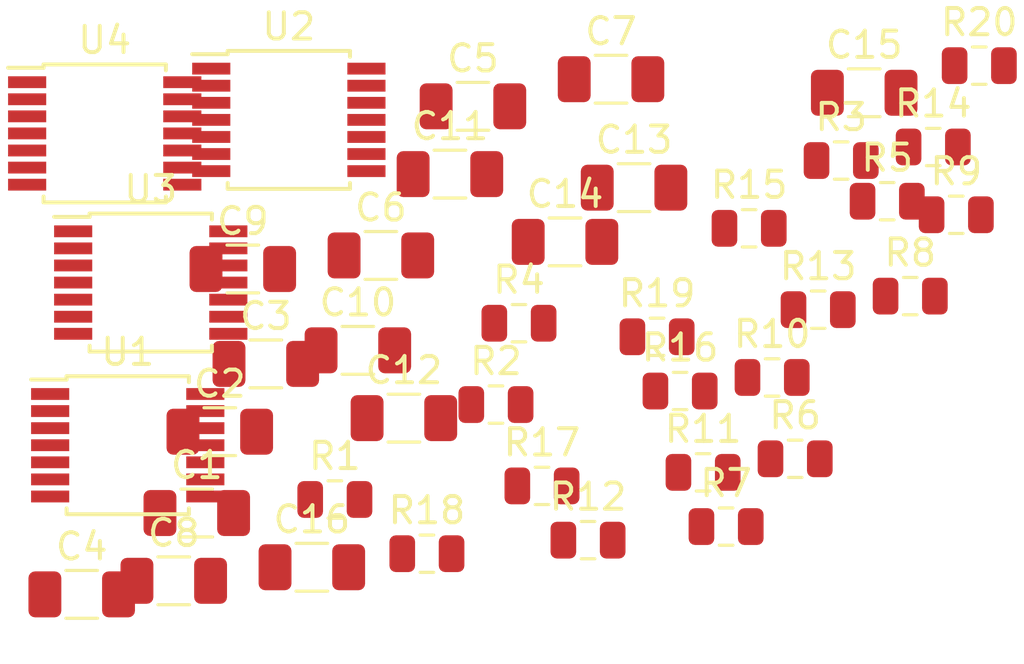
<source format=kicad_pcb>
(kicad_pcb (version 20171130) (host pcbnew "(5.1.2)-2")

  (general
    (thickness 1.6)
    (drawings 0)
    (tracks 0)
    (zones 0)
    (modules 40)
    (nets 26)
  )

  (page A4)
  (layers
    (0 F.Cu signal)
    (31 B.Cu signal)
    (32 B.Adhes user)
    (33 F.Adhes user)
    (34 B.Paste user)
    (35 F.Paste user)
    (36 B.SilkS user)
    (37 F.SilkS user)
    (38 B.Mask user)
    (39 F.Mask user)
    (40 Dwgs.User user)
    (41 Cmts.User user)
    (42 Eco1.User user)
    (43 Eco2.User user)
    (44 Edge.Cuts user)
    (45 Margin user)
    (46 B.CrtYd user)
    (47 F.CrtYd user)
    (48 B.Fab user)
    (49 F.Fab user)
  )

  (setup
    (last_trace_width 0.25)
    (trace_clearance 0.2)
    (zone_clearance 0.508)
    (zone_45_only no)
    (trace_min 0.2)
    (via_size 0.8)
    (via_drill 0.4)
    (via_min_size 0.4)
    (via_min_drill 0.3)
    (uvia_size 0.3)
    (uvia_drill 0.1)
    (uvias_allowed no)
    (uvia_min_size 0.2)
    (uvia_min_drill 0.1)
    (edge_width 0.05)
    (segment_width 0.2)
    (pcb_text_width 0.3)
    (pcb_text_size 1.5 1.5)
    (mod_edge_width 0.12)
    (mod_text_size 1 1)
    (mod_text_width 0.15)
    (pad_size 1.524 1.524)
    (pad_drill 0.762)
    (pad_to_mask_clearance 0.051)
    (solder_mask_min_width 0.25)
    (aux_axis_origin 0 0)
    (visible_elements FFFFFF7F)
    (pcbplotparams
      (layerselection 0x010fc_ffffffff)
      (usegerberextensions false)
      (usegerberattributes false)
      (usegerberadvancedattributes false)
      (creategerberjobfile false)
      (excludeedgelayer true)
      (linewidth 0.100000)
      (plotframeref false)
      (viasonmask false)
      (mode 1)
      (useauxorigin false)
      (hpglpennumber 1)
      (hpglpenspeed 20)
      (hpglpendiameter 15.000000)
      (psnegative false)
      (psa4output false)
      (plotreference true)
      (plotvalue true)
      (plotinvisibletext false)
      (padsonsilk false)
      (subtractmaskfromsilk false)
      (outputformat 1)
      (mirror false)
      (drillshape 1)
      (scaleselection 1)
      (outputdirectory ""))
  )

  (net 0 "")
  (net 1 GNDREF)
  (net 2 "Net-(C1-Pad2)")
  (net 3 "Net-(C2-Pad2)")
  (net 4 "Net-(C4-Pad2)")
  (net 5 "Net-(C5-Pad2)")
  (net 6 +3V3)
  (net 7 "Net-(C10-Pad1)")
  (net 8 "Net-(C10-Pad2)")
  (net 9 "Net-(C12-Pad2)")
  (net 10 "Net-(C13-Pad2)")
  (net 11 /BIAS)
  (net 12 "Net-(J1-Pad2)")
  (net 13 "Net-(J2-Pad2)")
  (net 14 /SDI)
  (net 15 /SCK)
  (net 16 /~CS)
  (net 17 "Net-(J5-Pad2)")
  (net 18 "Net-(J6-Pad2)")
  (net 19 "Net-(U1-Pad6)")
  (net 20 /~DRDY)
  (net 21 /SDO)
  (net 22 /~FAULT)
  (net 23 "Net-(U2-Pad6)")
  (net 24 "Net-(U3-Pad6)")
  (net 25 "Net-(U4-Pad6)")

  (net_class Default "This is the default net class."
    (clearance 0.2)
    (trace_width 0.25)
    (via_dia 0.8)
    (via_drill 0.4)
    (uvia_dia 0.3)
    (uvia_drill 0.1)
    (add_net +3V3)
    (add_net /BIAS)
    (add_net /SCK)
    (add_net /SDI)
    (add_net /SDO)
    (add_net /~CS)
    (add_net /~DRDY)
    (add_net /~FAULT)
    (add_net GNDREF)
    (add_net "Net-(C1-Pad2)")
    (add_net "Net-(C10-Pad1)")
    (add_net "Net-(C10-Pad2)")
    (add_net "Net-(C12-Pad2)")
    (add_net "Net-(C13-Pad2)")
    (add_net "Net-(C2-Pad2)")
    (add_net "Net-(C4-Pad2)")
    (add_net "Net-(C5-Pad2)")
    (add_net "Net-(J1-Pad2)")
    (add_net "Net-(J2-Pad2)")
    (add_net "Net-(J5-Pad2)")
    (add_net "Net-(J6-Pad2)")
    (add_net "Net-(U1-Pad6)")
    (add_net "Net-(U2-Pad6)")
    (add_net "Net-(U3-Pad6)")
    (add_net "Net-(U4-Pad6)")
  )

  (module Capacitor_SMD:C_1206_3216Metric (layer F.Cu) (tedit 5B301BBE) (tstamp 5E215304)
    (at 144.983641 101.438602)
    (descr "Capacitor SMD 1206 (3216 Metric), square (rectangular) end terminal, IPC_7351 nominal, (Body size source: http://www.tortai-tech.com/upload/download/2011102023233369053.pdf), generated with kicad-footprint-generator")
    (tags capacitor)
    (path /5E21FAD8)
    (attr smd)
    (fp_text reference C1 (at 0 -1.82) (layer F.SilkS)
      (effects (font (size 1 1) (thickness 0.15)))
    )
    (fp_text value 0.01u (at 0 1.82) (layer F.Fab)
      (effects (font (size 1 1) (thickness 0.15)))
    )
    (fp_line (start -1.6 0.8) (end -1.6 -0.8) (layer F.Fab) (width 0.1))
    (fp_line (start -1.6 -0.8) (end 1.6 -0.8) (layer F.Fab) (width 0.1))
    (fp_line (start 1.6 -0.8) (end 1.6 0.8) (layer F.Fab) (width 0.1))
    (fp_line (start 1.6 0.8) (end -1.6 0.8) (layer F.Fab) (width 0.1))
    (fp_line (start -0.602064 -0.91) (end 0.602064 -0.91) (layer F.SilkS) (width 0.12))
    (fp_line (start -0.602064 0.91) (end 0.602064 0.91) (layer F.SilkS) (width 0.12))
    (fp_line (start -2.28 1.12) (end -2.28 -1.12) (layer F.CrtYd) (width 0.05))
    (fp_line (start -2.28 -1.12) (end 2.28 -1.12) (layer F.CrtYd) (width 0.05))
    (fp_line (start 2.28 -1.12) (end 2.28 1.12) (layer F.CrtYd) (width 0.05))
    (fp_line (start 2.28 1.12) (end -2.28 1.12) (layer F.CrtYd) (width 0.05))
    (fp_text user %R (at 0 0) (layer F.Fab)
      (effects (font (size 0.8 0.8) (thickness 0.12)))
    )
    (pad 1 smd roundrect (at -1.4 0) (size 1.25 1.75) (layers F.Cu F.Paste F.Mask) (roundrect_rratio 0.2)
      (net 1 GNDREF))
    (pad 2 smd roundrect (at 1.4 0) (size 1.25 1.75) (layers F.Cu F.Paste F.Mask) (roundrect_rratio 0.2)
      (net 2 "Net-(C1-Pad2)"))
    (model ${KISYS3DMOD}/Capacitor_SMD.3dshapes/C_1206_3216Metric.wrl
      (at (xyz 0 0 0))
      (scale (xyz 1 1 1))
      (rotate (xyz 0 0 0))
    )
  )

  (module Capacitor_SMD:C_1206_3216Metric (layer F.Cu) (tedit 5B301BBE) (tstamp 5E215315)
    (at 145.858769 98.34322)
    (descr "Capacitor SMD 1206 (3216 Metric), square (rectangular) end terminal, IPC_7351 nominal, (Body size source: http://www.tortai-tech.com/upload/download/2011102023233369053.pdf), generated with kicad-footprint-generator")
    (tags capacitor)
    (path /5E21FA6A)
    (attr smd)
    (fp_text reference C2 (at 0 -1.82) (layer F.SilkS)
      (effects (font (size 1 1) (thickness 0.15)))
    )
    (fp_text value 0.1u (at 0 1.82) (layer F.Fab)
      (effects (font (size 1 1) (thickness 0.15)))
    )
    (fp_text user %R (at 0 0) (layer F.Fab)
      (effects (font (size 0.8 0.8) (thickness 0.12)))
    )
    (fp_line (start 2.28 1.12) (end -2.28 1.12) (layer F.CrtYd) (width 0.05))
    (fp_line (start 2.28 -1.12) (end 2.28 1.12) (layer F.CrtYd) (width 0.05))
    (fp_line (start -2.28 -1.12) (end 2.28 -1.12) (layer F.CrtYd) (width 0.05))
    (fp_line (start -2.28 1.12) (end -2.28 -1.12) (layer F.CrtYd) (width 0.05))
    (fp_line (start -0.602064 0.91) (end 0.602064 0.91) (layer F.SilkS) (width 0.12))
    (fp_line (start -0.602064 -0.91) (end 0.602064 -0.91) (layer F.SilkS) (width 0.12))
    (fp_line (start 1.6 0.8) (end -1.6 0.8) (layer F.Fab) (width 0.1))
    (fp_line (start 1.6 -0.8) (end 1.6 0.8) (layer F.Fab) (width 0.1))
    (fp_line (start -1.6 -0.8) (end 1.6 -0.8) (layer F.Fab) (width 0.1))
    (fp_line (start -1.6 0.8) (end -1.6 -0.8) (layer F.Fab) (width 0.1))
    (pad 2 smd roundrect (at 1.4 0) (size 1.25 1.75) (layers F.Cu F.Paste F.Mask) (roundrect_rratio 0.2)
      (net 3 "Net-(C2-Pad2)"))
    (pad 1 smd roundrect (at -1.4 0) (size 1.25 1.75) (layers F.Cu F.Paste F.Mask) (roundrect_rratio 0.2)
      (net 2 "Net-(C1-Pad2)"))
    (model ${KISYS3DMOD}/Capacitor_SMD.3dshapes/C_1206_3216Metric.wrl
      (at (xyz 0 0 0))
      (scale (xyz 1 1 1))
      (rotate (xyz 0 0 0))
    )
  )

  (module Capacitor_SMD:C_1206_3216Metric (layer F.Cu) (tedit 5B301BBE) (tstamp 5E215326)
    (at 147.609025 95.763735)
    (descr "Capacitor SMD 1206 (3216 Metric), square (rectangular) end terminal, IPC_7351 nominal, (Body size source: http://www.tortai-tech.com/upload/download/2011102023233369053.pdf), generated with kicad-footprint-generator")
    (tags capacitor)
    (path /5E22053E)
    (attr smd)
    (fp_text reference C3 (at 0 -1.82) (layer F.SilkS)
      (effects (font (size 1 1) (thickness 0.15)))
    )
    (fp_text value 0.01u (at 0 1.82) (layer F.Fab)
      (effects (font (size 1 1) (thickness 0.15)))
    )
    (fp_line (start -1.6 0.8) (end -1.6 -0.8) (layer F.Fab) (width 0.1))
    (fp_line (start -1.6 -0.8) (end 1.6 -0.8) (layer F.Fab) (width 0.1))
    (fp_line (start 1.6 -0.8) (end 1.6 0.8) (layer F.Fab) (width 0.1))
    (fp_line (start 1.6 0.8) (end -1.6 0.8) (layer F.Fab) (width 0.1))
    (fp_line (start -0.602064 -0.91) (end 0.602064 -0.91) (layer F.SilkS) (width 0.12))
    (fp_line (start -0.602064 0.91) (end 0.602064 0.91) (layer F.SilkS) (width 0.12))
    (fp_line (start -2.28 1.12) (end -2.28 -1.12) (layer F.CrtYd) (width 0.05))
    (fp_line (start -2.28 -1.12) (end 2.28 -1.12) (layer F.CrtYd) (width 0.05))
    (fp_line (start 2.28 -1.12) (end 2.28 1.12) (layer F.CrtYd) (width 0.05))
    (fp_line (start 2.28 1.12) (end -2.28 1.12) (layer F.CrtYd) (width 0.05))
    (fp_text user %R (at 0 0) (layer F.Fab)
      (effects (font (size 0.8 0.8) (thickness 0.12)))
    )
    (pad 1 smd roundrect (at -1.4 0) (size 1.25 1.75) (layers F.Cu F.Paste F.Mask) (roundrect_rratio 0.2)
      (net 3 "Net-(C2-Pad2)"))
    (pad 2 smd roundrect (at 1.4 0) (size 1.25 1.75) (layers F.Cu F.Paste F.Mask) (roundrect_rratio 0.2)
      (net 1 GNDREF))
    (model ${KISYS3DMOD}/Capacitor_SMD.3dshapes/C_1206_3216Metric.wrl
      (at (xyz 0 0 0))
      (scale (xyz 1 1 1))
      (rotate (xyz 0 0 0))
    )
  )

  (module Capacitor_SMD:C_1206_3216Metric (layer F.Cu) (tedit 5B301BBE) (tstamp 5E215337)
    (at 140.608001 104.533984)
    (descr "Capacitor SMD 1206 (3216 Metric), square (rectangular) end terminal, IPC_7351 nominal, (Body size source: http://www.tortai-tech.com/upload/download/2011102023233369053.pdf), generated with kicad-footprint-generator")
    (tags capacitor)
    (path /5E2BB2AC)
    (attr smd)
    (fp_text reference C4 (at 0 -1.82) (layer F.SilkS)
      (effects (font (size 1 1) (thickness 0.15)))
    )
    (fp_text value 0.01u (at 0 1.82) (layer F.Fab)
      (effects (font (size 1 1) (thickness 0.15)))
    )
    (fp_text user %R (at 0 0) (layer F.Fab)
      (effects (font (size 0.8 0.8) (thickness 0.12)))
    )
    (fp_line (start 2.28 1.12) (end -2.28 1.12) (layer F.CrtYd) (width 0.05))
    (fp_line (start 2.28 -1.12) (end 2.28 1.12) (layer F.CrtYd) (width 0.05))
    (fp_line (start -2.28 -1.12) (end 2.28 -1.12) (layer F.CrtYd) (width 0.05))
    (fp_line (start -2.28 1.12) (end -2.28 -1.12) (layer F.CrtYd) (width 0.05))
    (fp_line (start -0.602064 0.91) (end 0.602064 0.91) (layer F.SilkS) (width 0.12))
    (fp_line (start -0.602064 -0.91) (end 0.602064 -0.91) (layer F.SilkS) (width 0.12))
    (fp_line (start 1.6 0.8) (end -1.6 0.8) (layer F.Fab) (width 0.1))
    (fp_line (start 1.6 -0.8) (end 1.6 0.8) (layer F.Fab) (width 0.1))
    (fp_line (start -1.6 -0.8) (end 1.6 -0.8) (layer F.Fab) (width 0.1))
    (fp_line (start -1.6 0.8) (end -1.6 -0.8) (layer F.Fab) (width 0.1))
    (pad 2 smd roundrect (at 1.4 0) (size 1.25 1.75) (layers F.Cu F.Paste F.Mask) (roundrect_rratio 0.2)
      (net 4 "Net-(C4-Pad2)"))
    (pad 1 smd roundrect (at -1.4 0) (size 1.25 1.75) (layers F.Cu F.Paste F.Mask) (roundrect_rratio 0.2)
      (net 1 GNDREF))
    (model ${KISYS3DMOD}/Capacitor_SMD.3dshapes/C_1206_3216Metric.wrl
      (at (xyz 0 0 0))
      (scale (xyz 1 1 1))
      (rotate (xyz 0 0 0))
    )
  )

  (module Capacitor_SMD:C_1206_3216Metric (layer F.Cu) (tedit 5B301BBE) (tstamp 5E215348)
    (at 155.485177 85.961692)
    (descr "Capacitor SMD 1206 (3216 Metric), square (rectangular) end terminal, IPC_7351 nominal, (Body size source: http://www.tortai-tech.com/upload/download/2011102023233369053.pdf), generated with kicad-footprint-generator")
    (tags capacitor)
    (path /5E2BB2B6)
    (attr smd)
    (fp_text reference C5 (at 0 -1.82) (layer F.SilkS)
      (effects (font (size 1 1) (thickness 0.15)))
    )
    (fp_text value 0.1u (at 0 1.82) (layer F.Fab)
      (effects (font (size 1 1) (thickness 0.15)))
    )
    (fp_line (start -1.6 0.8) (end -1.6 -0.8) (layer F.Fab) (width 0.1))
    (fp_line (start -1.6 -0.8) (end 1.6 -0.8) (layer F.Fab) (width 0.1))
    (fp_line (start 1.6 -0.8) (end 1.6 0.8) (layer F.Fab) (width 0.1))
    (fp_line (start 1.6 0.8) (end -1.6 0.8) (layer F.Fab) (width 0.1))
    (fp_line (start -0.602064 -0.91) (end 0.602064 -0.91) (layer F.SilkS) (width 0.12))
    (fp_line (start -0.602064 0.91) (end 0.602064 0.91) (layer F.SilkS) (width 0.12))
    (fp_line (start -2.28 1.12) (end -2.28 -1.12) (layer F.CrtYd) (width 0.05))
    (fp_line (start -2.28 -1.12) (end 2.28 -1.12) (layer F.CrtYd) (width 0.05))
    (fp_line (start 2.28 -1.12) (end 2.28 1.12) (layer F.CrtYd) (width 0.05))
    (fp_line (start 2.28 1.12) (end -2.28 1.12) (layer F.CrtYd) (width 0.05))
    (fp_text user %R (at 0 0) (layer F.Fab)
      (effects (font (size 0.8 0.8) (thickness 0.12)))
    )
    (pad 1 smd roundrect (at -1.4 0) (size 1.25 1.75) (layers F.Cu F.Paste F.Mask) (roundrect_rratio 0.2)
      (net 4 "Net-(C4-Pad2)"))
    (pad 2 smd roundrect (at 1.4 0) (size 1.25 1.75) (layers F.Cu F.Paste F.Mask) (roundrect_rratio 0.2)
      (net 5 "Net-(C5-Pad2)"))
    (model ${KISYS3DMOD}/Capacitor_SMD.3dshapes/C_1206_3216Metric.wrl
      (at (xyz 0 0 0))
      (scale (xyz 1 1 1))
      (rotate (xyz 0 0 0))
    )
  )

  (module Capacitor_SMD:C_1206_3216Metric (layer F.Cu) (tedit 5B301BBE) (tstamp 5E215359)
    (at 151.984665 91.636559)
    (descr "Capacitor SMD 1206 (3216 Metric), square (rectangular) end terminal, IPC_7351 nominal, (Body size source: http://www.tortai-tech.com/upload/download/2011102023233369053.pdf), generated with kicad-footprint-generator")
    (tags capacitor)
    (path /5E2BB2A2)
    (attr smd)
    (fp_text reference C6 (at 0 -1.82) (layer F.SilkS)
      (effects (font (size 1 1) (thickness 0.15)))
    )
    (fp_text value 0.01u (at 0 1.82) (layer F.Fab)
      (effects (font (size 1 1) (thickness 0.15)))
    )
    (fp_text user %R (at 0 0) (layer F.Fab)
      (effects (font (size 0.8 0.8) (thickness 0.12)))
    )
    (fp_line (start 2.28 1.12) (end -2.28 1.12) (layer F.CrtYd) (width 0.05))
    (fp_line (start 2.28 -1.12) (end 2.28 1.12) (layer F.CrtYd) (width 0.05))
    (fp_line (start -2.28 -1.12) (end 2.28 -1.12) (layer F.CrtYd) (width 0.05))
    (fp_line (start -2.28 1.12) (end -2.28 -1.12) (layer F.CrtYd) (width 0.05))
    (fp_line (start -0.602064 0.91) (end 0.602064 0.91) (layer F.SilkS) (width 0.12))
    (fp_line (start -0.602064 -0.91) (end 0.602064 -0.91) (layer F.SilkS) (width 0.12))
    (fp_line (start 1.6 0.8) (end -1.6 0.8) (layer F.Fab) (width 0.1))
    (fp_line (start 1.6 -0.8) (end 1.6 0.8) (layer F.Fab) (width 0.1))
    (fp_line (start -1.6 -0.8) (end 1.6 -0.8) (layer F.Fab) (width 0.1))
    (fp_line (start -1.6 0.8) (end -1.6 -0.8) (layer F.Fab) (width 0.1))
    (pad 2 smd roundrect (at 1.4 0) (size 1.25 1.75) (layers F.Cu F.Paste F.Mask) (roundrect_rratio 0.2)
      (net 1 GNDREF))
    (pad 1 smd roundrect (at -1.4 0) (size 1.25 1.75) (layers F.Cu F.Paste F.Mask) (roundrect_rratio 0.2)
      (net 5 "Net-(C5-Pad2)"))
    (model ${KISYS3DMOD}/Capacitor_SMD.3dshapes/C_1206_3216Metric.wrl
      (at (xyz 0 0 0))
      (scale (xyz 1 1 1))
      (rotate (xyz 0 0 0))
    )
  )

  (module Capacitor_SMD:C_1206_3216Metric (layer F.Cu) (tedit 5B301BBE) (tstamp 5E21536A)
    (at 160.735945 84.929898)
    (descr "Capacitor SMD 1206 (3216 Metric), square (rectangular) end terminal, IPC_7351 nominal, (Body size source: http://www.tortai-tech.com/upload/download/2011102023233369053.pdf), generated with kicad-footprint-generator")
    (tags capacitor)
    (path /5E232621)
    (attr smd)
    (fp_text reference C7 (at 0 -1.82) (layer F.SilkS)
      (effects (font (size 1 1) (thickness 0.15)))
    )
    (fp_text value 0.1u (at 0 1.82) (layer F.Fab)
      (effects (font (size 1 1) (thickness 0.15)))
    )
    (fp_text user %R (at 0 0) (layer F.Fab)
      (effects (font (size 0.8 0.8) (thickness 0.12)))
    )
    (fp_line (start 2.28 1.12) (end -2.28 1.12) (layer F.CrtYd) (width 0.05))
    (fp_line (start 2.28 -1.12) (end 2.28 1.12) (layer F.CrtYd) (width 0.05))
    (fp_line (start -2.28 -1.12) (end 2.28 -1.12) (layer F.CrtYd) (width 0.05))
    (fp_line (start -2.28 1.12) (end -2.28 -1.12) (layer F.CrtYd) (width 0.05))
    (fp_line (start -0.602064 0.91) (end 0.602064 0.91) (layer F.SilkS) (width 0.12))
    (fp_line (start -0.602064 -0.91) (end 0.602064 -0.91) (layer F.SilkS) (width 0.12))
    (fp_line (start 1.6 0.8) (end -1.6 0.8) (layer F.Fab) (width 0.1))
    (fp_line (start 1.6 -0.8) (end 1.6 0.8) (layer F.Fab) (width 0.1))
    (fp_line (start -1.6 -0.8) (end 1.6 -0.8) (layer F.Fab) (width 0.1))
    (fp_line (start -1.6 0.8) (end -1.6 -0.8) (layer F.Fab) (width 0.1))
    (pad 2 smd roundrect (at 1.4 0) (size 1.25 1.75) (layers F.Cu F.Paste F.Mask) (roundrect_rratio 0.2)
      (net 6 +3V3))
    (pad 1 smd roundrect (at -1.4 0) (size 1.25 1.75) (layers F.Cu F.Paste F.Mask) (roundrect_rratio 0.2)
      (net 1 GNDREF))
    (model ${KISYS3DMOD}/Capacitor_SMD.3dshapes/C_1206_3216Metric.wrl
      (at (xyz 0 0 0))
      (scale (xyz 1 1 1))
      (rotate (xyz 0 0 0))
    )
  )

  (module Capacitor_SMD:C_1206_3216Metric (layer F.Cu) (tedit 5B301BBE) (tstamp 5E21537B)
    (at 144.108513 104.018087)
    (descr "Capacitor SMD 1206 (3216 Metric), square (rectangular) end terminal, IPC_7351 nominal, (Body size source: http://www.tortai-tech.com/upload/download/2011102023233369053.pdf), generated with kicad-footprint-generator")
    (tags capacitor)
    (path /5E2BB2F0)
    (attr smd)
    (fp_text reference C8 (at 0 -1.82) (layer F.SilkS)
      (effects (font (size 1 1) (thickness 0.15)))
    )
    (fp_text value 0.1u (at 0 1.82) (layer F.Fab)
      (effects (font (size 1 1) (thickness 0.15)))
    )
    (fp_text user %R (at 0 0) (layer F.Fab)
      (effects (font (size 0.8 0.8) (thickness 0.12)))
    )
    (fp_line (start 2.28 1.12) (end -2.28 1.12) (layer F.CrtYd) (width 0.05))
    (fp_line (start 2.28 -1.12) (end 2.28 1.12) (layer F.CrtYd) (width 0.05))
    (fp_line (start -2.28 -1.12) (end 2.28 -1.12) (layer F.CrtYd) (width 0.05))
    (fp_line (start -2.28 1.12) (end -2.28 -1.12) (layer F.CrtYd) (width 0.05))
    (fp_line (start -0.602064 0.91) (end 0.602064 0.91) (layer F.SilkS) (width 0.12))
    (fp_line (start -0.602064 -0.91) (end 0.602064 -0.91) (layer F.SilkS) (width 0.12))
    (fp_line (start 1.6 0.8) (end -1.6 0.8) (layer F.Fab) (width 0.1))
    (fp_line (start 1.6 -0.8) (end 1.6 0.8) (layer F.Fab) (width 0.1))
    (fp_line (start -1.6 -0.8) (end 1.6 -0.8) (layer F.Fab) (width 0.1))
    (fp_line (start -1.6 0.8) (end -1.6 -0.8) (layer F.Fab) (width 0.1))
    (pad 2 smd roundrect (at 1.4 0) (size 1.25 1.75) (layers F.Cu F.Paste F.Mask) (roundrect_rratio 0.2)
      (net 6 +3V3))
    (pad 1 smd roundrect (at -1.4 0) (size 1.25 1.75) (layers F.Cu F.Paste F.Mask) (roundrect_rratio 0.2)
      (net 1 GNDREF))
    (model ${KISYS3DMOD}/Capacitor_SMD.3dshapes/C_1206_3216Metric.wrl
      (at (xyz 0 0 0))
      (scale (xyz 1 1 1))
      (rotate (xyz 0 0 0))
    )
  )

  (module Capacitor_SMD:C_1206_3216Metric (layer F.Cu) (tedit 5B301BBE) (tstamp 5E21538C)
    (at 146.733897 92.152456)
    (descr "Capacitor SMD 1206 (3216 Metric), square (rectangular) end terminal, IPC_7351 nominal, (Body size source: http://www.tortai-tech.com/upload/download/2011102023233369053.pdf), generated with kicad-footprint-generator")
    (tags capacitor)
    (path /5E2D036F)
    (attr smd)
    (fp_text reference C9 (at 0 -1.82) (layer F.SilkS)
      (effects (font (size 1 1) (thickness 0.15)))
    )
    (fp_text value 0.01u (at 0 1.82) (layer F.Fab)
      (effects (font (size 1 1) (thickness 0.15)))
    )
    (fp_line (start -1.6 0.8) (end -1.6 -0.8) (layer F.Fab) (width 0.1))
    (fp_line (start -1.6 -0.8) (end 1.6 -0.8) (layer F.Fab) (width 0.1))
    (fp_line (start 1.6 -0.8) (end 1.6 0.8) (layer F.Fab) (width 0.1))
    (fp_line (start 1.6 0.8) (end -1.6 0.8) (layer F.Fab) (width 0.1))
    (fp_line (start -0.602064 -0.91) (end 0.602064 -0.91) (layer F.SilkS) (width 0.12))
    (fp_line (start -0.602064 0.91) (end 0.602064 0.91) (layer F.SilkS) (width 0.12))
    (fp_line (start -2.28 1.12) (end -2.28 -1.12) (layer F.CrtYd) (width 0.05))
    (fp_line (start -2.28 -1.12) (end 2.28 -1.12) (layer F.CrtYd) (width 0.05))
    (fp_line (start 2.28 -1.12) (end 2.28 1.12) (layer F.CrtYd) (width 0.05))
    (fp_line (start 2.28 1.12) (end -2.28 1.12) (layer F.CrtYd) (width 0.05))
    (fp_text user %R (at 0 0) (layer F.Fab)
      (effects (font (size 0.8 0.8) (thickness 0.12)))
    )
    (pad 1 smd roundrect (at -1.4 0) (size 1.25 1.75) (layers F.Cu F.Paste F.Mask) (roundrect_rratio 0.2)
      (net 1 GNDREF))
    (pad 2 smd roundrect (at 1.4 0) (size 1.25 1.75) (layers F.Cu F.Paste F.Mask) (roundrect_rratio 0.2)
      (net 7 "Net-(C10-Pad1)"))
    (model ${KISYS3DMOD}/Capacitor_SMD.3dshapes/C_1206_3216Metric.wrl
      (at (xyz 0 0 0))
      (scale (xyz 1 1 1))
      (rotate (xyz 0 0 0))
    )
  )

  (module Capacitor_SMD:C_1206_3216Metric (layer F.Cu) (tedit 5B301BBE) (tstamp 5E21539D)
    (at 151.109537 95.247838)
    (descr "Capacitor SMD 1206 (3216 Metric), square (rectangular) end terminal, IPC_7351 nominal, (Body size source: http://www.tortai-tech.com/upload/download/2011102023233369053.pdf), generated with kicad-footprint-generator")
    (tags capacitor)
    (path /5E2D0379)
    (attr smd)
    (fp_text reference C10 (at 0 -1.82) (layer F.SilkS)
      (effects (font (size 1 1) (thickness 0.15)))
    )
    (fp_text value 0.1u (at 0 1.82) (layer F.Fab)
      (effects (font (size 1 1) (thickness 0.15)))
    )
    (fp_text user %R (at 0 0) (layer F.Fab)
      (effects (font (size 0.8 0.8) (thickness 0.12)))
    )
    (fp_line (start 2.28 1.12) (end -2.28 1.12) (layer F.CrtYd) (width 0.05))
    (fp_line (start 2.28 -1.12) (end 2.28 1.12) (layer F.CrtYd) (width 0.05))
    (fp_line (start -2.28 -1.12) (end 2.28 -1.12) (layer F.CrtYd) (width 0.05))
    (fp_line (start -2.28 1.12) (end -2.28 -1.12) (layer F.CrtYd) (width 0.05))
    (fp_line (start -0.602064 0.91) (end 0.602064 0.91) (layer F.SilkS) (width 0.12))
    (fp_line (start -0.602064 -0.91) (end 0.602064 -0.91) (layer F.SilkS) (width 0.12))
    (fp_line (start 1.6 0.8) (end -1.6 0.8) (layer F.Fab) (width 0.1))
    (fp_line (start 1.6 -0.8) (end 1.6 0.8) (layer F.Fab) (width 0.1))
    (fp_line (start -1.6 -0.8) (end 1.6 -0.8) (layer F.Fab) (width 0.1))
    (fp_line (start -1.6 0.8) (end -1.6 -0.8) (layer F.Fab) (width 0.1))
    (pad 2 smd roundrect (at 1.4 0) (size 1.25 1.75) (layers F.Cu F.Paste F.Mask) (roundrect_rratio 0.2)
      (net 8 "Net-(C10-Pad2)"))
    (pad 1 smd roundrect (at -1.4 0) (size 1.25 1.75) (layers F.Cu F.Paste F.Mask) (roundrect_rratio 0.2)
      (net 7 "Net-(C10-Pad1)"))
    (model ${KISYS3DMOD}/Capacitor_SMD.3dshapes/C_1206_3216Metric.wrl
      (at (xyz 0 0 0))
      (scale (xyz 1 1 1))
      (rotate (xyz 0 0 0))
    )
  )

  (module Capacitor_SMD:C_1206_3216Metric (layer F.Cu) (tedit 5B301BBE) (tstamp 5E2153AE)
    (at 154.610049 88.541177)
    (descr "Capacitor SMD 1206 (3216 Metric), square (rectangular) end terminal, IPC_7351 nominal, (Body size source: http://www.tortai-tech.com/upload/download/2011102023233369053.pdf), generated with kicad-footprint-generator")
    (tags capacitor)
    (path /5E2D0365)
    (attr smd)
    (fp_text reference C11 (at 0 -1.82) (layer F.SilkS)
      (effects (font (size 1 1) (thickness 0.15)))
    )
    (fp_text value 0.01u (at 0 1.82) (layer F.Fab)
      (effects (font (size 1 1) (thickness 0.15)))
    )
    (fp_text user %R (at 0 0) (layer F.Fab)
      (effects (font (size 0.8 0.8) (thickness 0.12)))
    )
    (fp_line (start 2.28 1.12) (end -2.28 1.12) (layer F.CrtYd) (width 0.05))
    (fp_line (start 2.28 -1.12) (end 2.28 1.12) (layer F.CrtYd) (width 0.05))
    (fp_line (start -2.28 -1.12) (end 2.28 -1.12) (layer F.CrtYd) (width 0.05))
    (fp_line (start -2.28 1.12) (end -2.28 -1.12) (layer F.CrtYd) (width 0.05))
    (fp_line (start -0.602064 0.91) (end 0.602064 0.91) (layer F.SilkS) (width 0.12))
    (fp_line (start -0.602064 -0.91) (end 0.602064 -0.91) (layer F.SilkS) (width 0.12))
    (fp_line (start 1.6 0.8) (end -1.6 0.8) (layer F.Fab) (width 0.1))
    (fp_line (start 1.6 -0.8) (end 1.6 0.8) (layer F.Fab) (width 0.1))
    (fp_line (start -1.6 -0.8) (end 1.6 -0.8) (layer F.Fab) (width 0.1))
    (fp_line (start -1.6 0.8) (end -1.6 -0.8) (layer F.Fab) (width 0.1))
    (pad 2 smd roundrect (at 1.4 0) (size 1.25 1.75) (layers F.Cu F.Paste F.Mask) (roundrect_rratio 0.2)
      (net 1 GNDREF))
    (pad 1 smd roundrect (at -1.4 0) (size 1.25 1.75) (layers F.Cu F.Paste F.Mask) (roundrect_rratio 0.2)
      (net 8 "Net-(C10-Pad2)"))
    (model ${KISYS3DMOD}/Capacitor_SMD.3dshapes/C_1206_3216Metric.wrl
      (at (xyz 0 0 0))
      (scale (xyz 1 1 1))
      (rotate (xyz 0 0 0))
    )
  )

  (module Capacitor_SMD:C_1206_3216Metric (layer F.Cu) (tedit 5B301BBE) (tstamp 5E2153BF)
    (at 152.859793 97.827323)
    (descr "Capacitor SMD 1206 (3216 Metric), square (rectangular) end terminal, IPC_7351 nominal, (Body size source: http://www.tortai-tech.com/upload/download/2011102023233369053.pdf), generated with kicad-footprint-generator")
    (tags capacitor)
    (path /5E2D04A2)
    (attr smd)
    (fp_text reference C12 (at 0 -1.82) (layer F.SilkS)
      (effects (font (size 1 1) (thickness 0.15)))
    )
    (fp_text value 0.01u (at 0 1.82) (layer F.Fab)
      (effects (font (size 1 1) (thickness 0.15)))
    )
    (fp_text user %R (at 0 0) (layer F.Fab)
      (effects (font (size 0.8 0.8) (thickness 0.12)))
    )
    (fp_line (start 2.28 1.12) (end -2.28 1.12) (layer F.CrtYd) (width 0.05))
    (fp_line (start 2.28 -1.12) (end 2.28 1.12) (layer F.CrtYd) (width 0.05))
    (fp_line (start -2.28 -1.12) (end 2.28 -1.12) (layer F.CrtYd) (width 0.05))
    (fp_line (start -2.28 1.12) (end -2.28 -1.12) (layer F.CrtYd) (width 0.05))
    (fp_line (start -0.602064 0.91) (end 0.602064 0.91) (layer F.SilkS) (width 0.12))
    (fp_line (start -0.602064 -0.91) (end 0.602064 -0.91) (layer F.SilkS) (width 0.12))
    (fp_line (start 1.6 0.8) (end -1.6 0.8) (layer F.Fab) (width 0.1))
    (fp_line (start 1.6 -0.8) (end 1.6 0.8) (layer F.Fab) (width 0.1))
    (fp_line (start -1.6 -0.8) (end 1.6 -0.8) (layer F.Fab) (width 0.1))
    (fp_line (start -1.6 0.8) (end -1.6 -0.8) (layer F.Fab) (width 0.1))
    (pad 2 smd roundrect (at 1.4 0) (size 1.25 1.75) (layers F.Cu F.Paste F.Mask) (roundrect_rratio 0.2)
      (net 9 "Net-(C12-Pad2)"))
    (pad 1 smd roundrect (at -1.4 0) (size 1.25 1.75) (layers F.Cu F.Paste F.Mask) (roundrect_rratio 0.2)
      (net 1 GNDREF))
    (model ${KISYS3DMOD}/Capacitor_SMD.3dshapes/C_1206_3216Metric.wrl
      (at (xyz 0 0 0))
      (scale (xyz 1 1 1))
      (rotate (xyz 0 0 0))
    )
  )

  (module Capacitor_SMD:C_1206_3216Metric (layer F.Cu) (tedit 5B301BBE) (tstamp 5E2153D0)
    (at 161.611073 89.057074)
    (descr "Capacitor SMD 1206 (3216 Metric), square (rectangular) end terminal, IPC_7351 nominal, (Body size source: http://www.tortai-tech.com/upload/download/2011102023233369053.pdf), generated with kicad-footprint-generator")
    (tags capacitor)
    (path /5E2D04AC)
    (attr smd)
    (fp_text reference C13 (at 0 -1.82) (layer F.SilkS)
      (effects (font (size 1 1) (thickness 0.15)))
    )
    (fp_text value 0.1u (at 0 1.82) (layer F.Fab)
      (effects (font (size 1 1) (thickness 0.15)))
    )
    (fp_line (start -1.6 0.8) (end -1.6 -0.8) (layer F.Fab) (width 0.1))
    (fp_line (start -1.6 -0.8) (end 1.6 -0.8) (layer F.Fab) (width 0.1))
    (fp_line (start 1.6 -0.8) (end 1.6 0.8) (layer F.Fab) (width 0.1))
    (fp_line (start 1.6 0.8) (end -1.6 0.8) (layer F.Fab) (width 0.1))
    (fp_line (start -0.602064 -0.91) (end 0.602064 -0.91) (layer F.SilkS) (width 0.12))
    (fp_line (start -0.602064 0.91) (end 0.602064 0.91) (layer F.SilkS) (width 0.12))
    (fp_line (start -2.28 1.12) (end -2.28 -1.12) (layer F.CrtYd) (width 0.05))
    (fp_line (start -2.28 -1.12) (end 2.28 -1.12) (layer F.CrtYd) (width 0.05))
    (fp_line (start 2.28 -1.12) (end 2.28 1.12) (layer F.CrtYd) (width 0.05))
    (fp_line (start 2.28 1.12) (end -2.28 1.12) (layer F.CrtYd) (width 0.05))
    (fp_text user %R (at 0 0) (layer F.Fab)
      (effects (font (size 0.8 0.8) (thickness 0.12)))
    )
    (pad 1 smd roundrect (at -1.4 0) (size 1.25 1.75) (layers F.Cu F.Paste F.Mask) (roundrect_rratio 0.2)
      (net 9 "Net-(C12-Pad2)"))
    (pad 2 smd roundrect (at 1.4 0) (size 1.25 1.75) (layers F.Cu F.Paste F.Mask) (roundrect_rratio 0.2)
      (net 10 "Net-(C13-Pad2)"))
    (model ${KISYS3DMOD}/Capacitor_SMD.3dshapes/C_1206_3216Metric.wrl
      (at (xyz 0 0 0))
      (scale (xyz 1 1 1))
      (rotate (xyz 0 0 0))
    )
  )

  (module Capacitor_SMD:C_1206_3216Metric (layer F.Cu) (tedit 5B301BBE) (tstamp 5E2153E1)
    (at 158.985689 91.120662)
    (descr "Capacitor SMD 1206 (3216 Metric), square (rectangular) end terminal, IPC_7351 nominal, (Body size source: http://www.tortai-tech.com/upload/download/2011102023233369053.pdf), generated with kicad-footprint-generator")
    (tags capacitor)
    (path /5E2D0498)
    (attr smd)
    (fp_text reference C14 (at 0 -1.82) (layer F.SilkS)
      (effects (font (size 1 1) (thickness 0.15)))
    )
    (fp_text value 0.01u (at 0 1.82) (layer F.Fab)
      (effects (font (size 1 1) (thickness 0.15)))
    )
    (fp_line (start -1.6 0.8) (end -1.6 -0.8) (layer F.Fab) (width 0.1))
    (fp_line (start -1.6 -0.8) (end 1.6 -0.8) (layer F.Fab) (width 0.1))
    (fp_line (start 1.6 -0.8) (end 1.6 0.8) (layer F.Fab) (width 0.1))
    (fp_line (start 1.6 0.8) (end -1.6 0.8) (layer F.Fab) (width 0.1))
    (fp_line (start -0.602064 -0.91) (end 0.602064 -0.91) (layer F.SilkS) (width 0.12))
    (fp_line (start -0.602064 0.91) (end 0.602064 0.91) (layer F.SilkS) (width 0.12))
    (fp_line (start -2.28 1.12) (end -2.28 -1.12) (layer F.CrtYd) (width 0.05))
    (fp_line (start -2.28 -1.12) (end 2.28 -1.12) (layer F.CrtYd) (width 0.05))
    (fp_line (start 2.28 -1.12) (end 2.28 1.12) (layer F.CrtYd) (width 0.05))
    (fp_line (start 2.28 1.12) (end -2.28 1.12) (layer F.CrtYd) (width 0.05))
    (fp_text user %R (at 0 0) (layer F.Fab)
      (effects (font (size 0.8 0.8) (thickness 0.12)))
    )
    (pad 1 smd roundrect (at -1.4 0) (size 1.25 1.75) (layers F.Cu F.Paste F.Mask) (roundrect_rratio 0.2)
      (net 10 "Net-(C13-Pad2)"))
    (pad 2 smd roundrect (at 1.4 0) (size 1.25 1.75) (layers F.Cu F.Paste F.Mask) (roundrect_rratio 0.2)
      (net 1 GNDREF))
    (model ${KISYS3DMOD}/Capacitor_SMD.3dshapes/C_1206_3216Metric.wrl
      (at (xyz 0 0 0))
      (scale (xyz 1 1 1))
      (rotate (xyz 0 0 0))
    )
  )

  (module Capacitor_SMD:C_1206_3216Metric (layer F.Cu) (tedit 5B301BBE) (tstamp 5E2153F2)
    (at 170.362353 85.445795)
    (descr "Capacitor SMD 1206 (3216 Metric), square (rectangular) end terminal, IPC_7351 nominal, (Body size source: http://www.tortai-tech.com/upload/download/2011102023233369053.pdf), generated with kicad-footprint-generator")
    (tags capacitor)
    (path /5E2D03B3)
    (attr smd)
    (fp_text reference C15 (at 0 -1.82) (layer F.SilkS)
      (effects (font (size 1 1) (thickness 0.15)))
    )
    (fp_text value 0.1u (at 0 1.82) (layer F.Fab)
      (effects (font (size 1 1) (thickness 0.15)))
    )
    (fp_line (start -1.6 0.8) (end -1.6 -0.8) (layer F.Fab) (width 0.1))
    (fp_line (start -1.6 -0.8) (end 1.6 -0.8) (layer F.Fab) (width 0.1))
    (fp_line (start 1.6 -0.8) (end 1.6 0.8) (layer F.Fab) (width 0.1))
    (fp_line (start 1.6 0.8) (end -1.6 0.8) (layer F.Fab) (width 0.1))
    (fp_line (start -0.602064 -0.91) (end 0.602064 -0.91) (layer F.SilkS) (width 0.12))
    (fp_line (start -0.602064 0.91) (end 0.602064 0.91) (layer F.SilkS) (width 0.12))
    (fp_line (start -2.28 1.12) (end -2.28 -1.12) (layer F.CrtYd) (width 0.05))
    (fp_line (start -2.28 -1.12) (end 2.28 -1.12) (layer F.CrtYd) (width 0.05))
    (fp_line (start 2.28 -1.12) (end 2.28 1.12) (layer F.CrtYd) (width 0.05))
    (fp_line (start 2.28 1.12) (end -2.28 1.12) (layer F.CrtYd) (width 0.05))
    (fp_text user %R (at 0 0) (layer F.Fab)
      (effects (font (size 0.8 0.8) (thickness 0.12)))
    )
    (pad 1 smd roundrect (at -1.4 0) (size 1.25 1.75) (layers F.Cu F.Paste F.Mask) (roundrect_rratio 0.2)
      (net 1 GNDREF))
    (pad 2 smd roundrect (at 1.4 0) (size 1.25 1.75) (layers F.Cu F.Paste F.Mask) (roundrect_rratio 0.2)
      (net 6 +3V3))
    (model ${KISYS3DMOD}/Capacitor_SMD.3dshapes/C_1206_3216Metric.wrl
      (at (xyz 0 0 0))
      (scale (xyz 1 1 1))
      (rotate (xyz 0 0 0))
    )
  )

  (module Capacitor_SMD:C_1206_3216Metric (layer F.Cu) (tedit 5B301BBE) (tstamp 5E215403)
    (at 149.359281 103.50219)
    (descr "Capacitor SMD 1206 (3216 Metric), square (rectangular) end terminal, IPC_7351 nominal, (Body size source: http://www.tortai-tech.com/upload/download/2011102023233369053.pdf), generated with kicad-footprint-generator")
    (tags capacitor)
    (path /5E2D04E6)
    (attr smd)
    (fp_text reference C16 (at 0 -1.82) (layer F.SilkS)
      (effects (font (size 1 1) (thickness 0.15)))
    )
    (fp_text value 0.1u (at 0 1.82) (layer F.Fab)
      (effects (font (size 1 1) (thickness 0.15)))
    )
    (fp_line (start -1.6 0.8) (end -1.6 -0.8) (layer F.Fab) (width 0.1))
    (fp_line (start -1.6 -0.8) (end 1.6 -0.8) (layer F.Fab) (width 0.1))
    (fp_line (start 1.6 -0.8) (end 1.6 0.8) (layer F.Fab) (width 0.1))
    (fp_line (start 1.6 0.8) (end -1.6 0.8) (layer F.Fab) (width 0.1))
    (fp_line (start -0.602064 -0.91) (end 0.602064 -0.91) (layer F.SilkS) (width 0.12))
    (fp_line (start -0.602064 0.91) (end 0.602064 0.91) (layer F.SilkS) (width 0.12))
    (fp_line (start -2.28 1.12) (end -2.28 -1.12) (layer F.CrtYd) (width 0.05))
    (fp_line (start -2.28 -1.12) (end 2.28 -1.12) (layer F.CrtYd) (width 0.05))
    (fp_line (start 2.28 -1.12) (end 2.28 1.12) (layer F.CrtYd) (width 0.05))
    (fp_line (start 2.28 1.12) (end -2.28 1.12) (layer F.CrtYd) (width 0.05))
    (fp_text user %R (at 0 0) (layer F.Fab)
      (effects (font (size 0.8 0.8) (thickness 0.12)))
    )
    (pad 1 smd roundrect (at -1.4 0) (size 1.25 1.75) (layers F.Cu F.Paste F.Mask) (roundrect_rratio 0.2)
      (net 1 GNDREF))
    (pad 2 smd roundrect (at 1.4 0) (size 1.25 1.75) (layers F.Cu F.Paste F.Mask) (roundrect_rratio 0.2)
      (net 6 +3V3))
    (model ${KISYS3DMOD}/Capacitor_SMD.3dshapes/C_1206_3216Metric.wrl
      (at (xyz 0 0 0))
      (scale (xyz 1 1 1))
      (rotate (xyz 0 0 0))
    )
  )

  (module Resistor_SMD:R_0805_2012Metric (layer F.Cu) (tedit 5B36C52B) (tstamp 5E215414)
    (at 150.234409 100.922705)
    (descr "Resistor SMD 0805 (2012 Metric), square (rectangular) end terminal, IPC_7351 nominal, (Body size source: https://docs.google.com/spreadsheets/d/1BsfQQcO9C6DZCsRaXUlFlo91Tg2WpOkGARC1WS5S8t0/edit?usp=sharing), generated with kicad-footprint-generator")
    (tags resistor)
    (path /5E21E7AB)
    (attr smd)
    (fp_text reference R1 (at 0 -1.65) (layer F.SilkS)
      (effects (font (size 1 1) (thickness 0.15)))
    )
    (fp_text value 100 (at 0 1.65) (layer F.Fab)
      (effects (font (size 1 1) (thickness 0.15)))
    )
    (fp_line (start -1 0.6) (end -1 -0.6) (layer F.Fab) (width 0.1))
    (fp_line (start -1 -0.6) (end 1 -0.6) (layer F.Fab) (width 0.1))
    (fp_line (start 1 -0.6) (end 1 0.6) (layer F.Fab) (width 0.1))
    (fp_line (start 1 0.6) (end -1 0.6) (layer F.Fab) (width 0.1))
    (fp_line (start -0.258578 -0.71) (end 0.258578 -0.71) (layer F.SilkS) (width 0.12))
    (fp_line (start -0.258578 0.71) (end 0.258578 0.71) (layer F.SilkS) (width 0.12))
    (fp_line (start -1.68 0.95) (end -1.68 -0.95) (layer F.CrtYd) (width 0.05))
    (fp_line (start -1.68 -0.95) (end 1.68 -0.95) (layer F.CrtYd) (width 0.05))
    (fp_line (start 1.68 -0.95) (end 1.68 0.95) (layer F.CrtYd) (width 0.05))
    (fp_line (start 1.68 0.95) (end -1.68 0.95) (layer F.CrtYd) (width 0.05))
    (fp_text user %R (at 0 0) (layer F.Fab)
      (effects (font (size 0.5 0.5) (thickness 0.08)))
    )
    (pad 1 smd roundrect (at -0.9375 0) (size 0.975 1.4) (layers F.Cu F.Paste F.Mask) (roundrect_rratio 0.25)
      (net 2 "Net-(C1-Pad2)"))
    (pad 2 smd roundrect (at 0.9375 0) (size 0.975 1.4) (layers F.Cu F.Paste F.Mask) (roundrect_rratio 0.25)
      (net 11 /BIAS))
    (model ${KISYS3DMOD}/Resistor_SMD.3dshapes/R_0805_2012Metric.wrl
      (at (xyz 0 0 0))
      (scale (xyz 1 1 1))
      (rotate (xyz 0 0 0))
    )
  )

  (module Resistor_SMD:R_0805_2012Metric (layer F.Cu) (tedit 5B36C52B) (tstamp 5E215425)
    (at 156.360305 97.311426)
    (descr "Resistor SMD 0805 (2012 Metric), square (rectangular) end terminal, IPC_7351 nominal, (Body size source: https://docs.google.com/spreadsheets/d/1BsfQQcO9C6DZCsRaXUlFlo91Tg2WpOkGARC1WS5S8t0/edit?usp=sharing), generated with kicad-footprint-generator")
    (tags resistor)
    (path /5E21F3F5)
    (attr smd)
    (fp_text reference R2 (at 0 -1.65) (layer F.SilkS)
      (effects (font (size 1 1) (thickness 0.15)))
    )
    (fp_text value 100 (at 0 1.65) (layer F.Fab)
      (effects (font (size 1 1) (thickness 0.15)))
    )
    (fp_text user %R (at 0 0) (layer F.Fab)
      (effects (font (size 0.5 0.5) (thickness 0.08)))
    )
    (fp_line (start 1.68 0.95) (end -1.68 0.95) (layer F.CrtYd) (width 0.05))
    (fp_line (start 1.68 -0.95) (end 1.68 0.95) (layer F.CrtYd) (width 0.05))
    (fp_line (start -1.68 -0.95) (end 1.68 -0.95) (layer F.CrtYd) (width 0.05))
    (fp_line (start -1.68 0.95) (end -1.68 -0.95) (layer F.CrtYd) (width 0.05))
    (fp_line (start -0.258578 0.71) (end 0.258578 0.71) (layer F.SilkS) (width 0.12))
    (fp_line (start -0.258578 -0.71) (end 0.258578 -0.71) (layer F.SilkS) (width 0.12))
    (fp_line (start 1 0.6) (end -1 0.6) (layer F.Fab) (width 0.1))
    (fp_line (start 1 -0.6) (end 1 0.6) (layer F.Fab) (width 0.1))
    (fp_line (start -1 -0.6) (end 1 -0.6) (layer F.Fab) (width 0.1))
    (fp_line (start -1 0.6) (end -1 -0.6) (layer F.Fab) (width 0.1))
    (pad 2 smd roundrect (at 0.9375 0) (size 0.975 1.4) (layers F.Cu F.Paste F.Mask) (roundrect_rratio 0.25)
      (net 12 "Net-(J1-Pad2)"))
    (pad 1 smd roundrect (at -0.9375 0) (size 0.975 1.4) (layers F.Cu F.Paste F.Mask) (roundrect_rratio 0.25)
      (net 3 "Net-(C2-Pad2)"))
    (model ${KISYS3DMOD}/Resistor_SMD.3dshapes/R_0805_2012Metric.wrl
      (at (xyz 0 0 0))
      (scale (xyz 1 1 1))
      (rotate (xyz 0 0 0))
    )
  )

  (module Resistor_SMD:R_0805_2012Metric (layer F.Cu) (tedit 5B36C52B) (tstamp 5E215436)
    (at 169.487225 88.02528)
    (descr "Resistor SMD 0805 (2012 Metric), square (rectangular) end terminal, IPC_7351 nominal, (Body size source: https://docs.google.com/spreadsheets/d/1BsfQQcO9C6DZCsRaXUlFlo91Tg2WpOkGARC1WS5S8t0/edit?usp=sharing), generated with kicad-footprint-generator")
    (tags resistor)
    (path /5E2BB2CA)
    (attr smd)
    (fp_text reference R3 (at 0 -1.65) (layer F.SilkS)
      (effects (font (size 1 1) (thickness 0.15)))
    )
    (fp_text value 100 (at 0 1.65) (layer F.Fab)
      (effects (font (size 1 1) (thickness 0.15)))
    )
    (fp_line (start -1 0.6) (end -1 -0.6) (layer F.Fab) (width 0.1))
    (fp_line (start -1 -0.6) (end 1 -0.6) (layer F.Fab) (width 0.1))
    (fp_line (start 1 -0.6) (end 1 0.6) (layer F.Fab) (width 0.1))
    (fp_line (start 1 0.6) (end -1 0.6) (layer F.Fab) (width 0.1))
    (fp_line (start -0.258578 -0.71) (end 0.258578 -0.71) (layer F.SilkS) (width 0.12))
    (fp_line (start -0.258578 0.71) (end 0.258578 0.71) (layer F.SilkS) (width 0.12))
    (fp_line (start -1.68 0.95) (end -1.68 -0.95) (layer F.CrtYd) (width 0.05))
    (fp_line (start -1.68 -0.95) (end 1.68 -0.95) (layer F.CrtYd) (width 0.05))
    (fp_line (start 1.68 -0.95) (end 1.68 0.95) (layer F.CrtYd) (width 0.05))
    (fp_line (start 1.68 0.95) (end -1.68 0.95) (layer F.CrtYd) (width 0.05))
    (fp_text user %R (at 0 0) (layer F.Fab)
      (effects (font (size 0.5 0.5) (thickness 0.08)))
    )
    (pad 1 smd roundrect (at -0.9375 0) (size 0.975 1.4) (layers F.Cu F.Paste F.Mask) (roundrect_rratio 0.25)
      (net 4 "Net-(C4-Pad2)"))
    (pad 2 smd roundrect (at 0.9375 0) (size 0.975 1.4) (layers F.Cu F.Paste F.Mask) (roundrect_rratio 0.25)
      (net 11 /BIAS))
    (model ${KISYS3DMOD}/Resistor_SMD.3dshapes/R_0805_2012Metric.wrl
      (at (xyz 0 0 0))
      (scale (xyz 1 1 1))
      (rotate (xyz 0 0 0))
    )
  )

  (module Resistor_SMD:R_0805_2012Metric (layer F.Cu) (tedit 5B36C52B) (tstamp 5E215447)
    (at 157.235433 94.216044)
    (descr "Resistor SMD 0805 (2012 Metric), square (rectangular) end terminal, IPC_7351 nominal, (Body size source: https://docs.google.com/spreadsheets/d/1BsfQQcO9C6DZCsRaXUlFlo91Tg2WpOkGARC1WS5S8t0/edit?usp=sharing), generated with kicad-footprint-generator")
    (tags resistor)
    (path /5E2BB2C0)
    (attr smd)
    (fp_text reference R4 (at 0 -1.65) (layer F.SilkS)
      (effects (font (size 1 1) (thickness 0.15)))
    )
    (fp_text value 100 (at 0 1.65) (layer F.Fab)
      (effects (font (size 1 1) (thickness 0.15)))
    )
    (fp_text user %R (at 0 0) (layer F.Fab)
      (effects (font (size 0.5 0.5) (thickness 0.08)))
    )
    (fp_line (start 1.68 0.95) (end -1.68 0.95) (layer F.CrtYd) (width 0.05))
    (fp_line (start 1.68 -0.95) (end 1.68 0.95) (layer F.CrtYd) (width 0.05))
    (fp_line (start -1.68 -0.95) (end 1.68 -0.95) (layer F.CrtYd) (width 0.05))
    (fp_line (start -1.68 0.95) (end -1.68 -0.95) (layer F.CrtYd) (width 0.05))
    (fp_line (start -0.258578 0.71) (end 0.258578 0.71) (layer F.SilkS) (width 0.12))
    (fp_line (start -0.258578 -0.71) (end 0.258578 -0.71) (layer F.SilkS) (width 0.12))
    (fp_line (start 1 0.6) (end -1 0.6) (layer F.Fab) (width 0.1))
    (fp_line (start 1 -0.6) (end 1 0.6) (layer F.Fab) (width 0.1))
    (fp_line (start -1 -0.6) (end 1 -0.6) (layer F.Fab) (width 0.1))
    (fp_line (start -1 0.6) (end -1 -0.6) (layer F.Fab) (width 0.1))
    (pad 2 smd roundrect (at 0.9375 0) (size 0.975 1.4) (layers F.Cu F.Paste F.Mask) (roundrect_rratio 0.25)
      (net 13 "Net-(J2-Pad2)"))
    (pad 1 smd roundrect (at -0.9375 0) (size 0.975 1.4) (layers F.Cu F.Paste F.Mask) (roundrect_rratio 0.25)
      (net 5 "Net-(C5-Pad2)"))
    (model ${KISYS3DMOD}/Resistor_SMD.3dshapes/R_0805_2012Metric.wrl
      (at (xyz 0 0 0))
      (scale (xyz 1 1 1))
      (rotate (xyz 0 0 0))
    )
  )

  (module Resistor_SMD:R_0805_2012Metric (layer F.Cu) (tedit 5B36C52B) (tstamp 5E215458)
    (at 171.237481 89.572971)
    (descr "Resistor SMD 0805 (2012 Metric), square (rectangular) end terminal, IPC_7351 nominal, (Body size source: https://docs.google.com/spreadsheets/d/1BsfQQcO9C6DZCsRaXUlFlo91Tg2WpOkGARC1WS5S8t0/edit?usp=sharing), generated with kicad-footprint-generator")
    (tags resistor)
    (path /5E2832A2)
    (attr smd)
    (fp_text reference R5 (at 0 -1.65) (layer F.SilkS)
      (effects (font (size 1 1) (thickness 0.15)))
    )
    (fp_text value 10k (at 0 1.65) (layer F.Fab)
      (effects (font (size 1 1) (thickness 0.15)))
    )
    (fp_line (start -1 0.6) (end -1 -0.6) (layer F.Fab) (width 0.1))
    (fp_line (start -1 -0.6) (end 1 -0.6) (layer F.Fab) (width 0.1))
    (fp_line (start 1 -0.6) (end 1 0.6) (layer F.Fab) (width 0.1))
    (fp_line (start 1 0.6) (end -1 0.6) (layer F.Fab) (width 0.1))
    (fp_line (start -0.258578 -0.71) (end 0.258578 -0.71) (layer F.SilkS) (width 0.12))
    (fp_line (start -0.258578 0.71) (end 0.258578 0.71) (layer F.SilkS) (width 0.12))
    (fp_line (start -1.68 0.95) (end -1.68 -0.95) (layer F.CrtYd) (width 0.05))
    (fp_line (start -1.68 -0.95) (end 1.68 -0.95) (layer F.CrtYd) (width 0.05))
    (fp_line (start 1.68 -0.95) (end 1.68 0.95) (layer F.CrtYd) (width 0.05))
    (fp_line (start 1.68 0.95) (end -1.68 0.95) (layer F.CrtYd) (width 0.05))
    (fp_text user %R (at 0 0) (layer F.Fab)
      (effects (font (size 0.5 0.5) (thickness 0.08)))
    )
    (pad 1 smd roundrect (at -0.9375 0) (size 0.975 1.4) (layers F.Cu F.Paste F.Mask) (roundrect_rratio 0.25)
      (net 14 /SDI))
    (pad 2 smd roundrect (at 0.9375 0) (size 0.975 1.4) (layers F.Cu F.Paste F.Mask) (roundrect_rratio 0.25)
      (net 6 +3V3))
    (model ${KISYS3DMOD}/Resistor_SMD.3dshapes/R_0805_2012Metric.wrl
      (at (xyz 0 0 0))
      (scale (xyz 1 1 1))
      (rotate (xyz 0 0 0))
    )
  )

  (module Resistor_SMD:R_0805_2012Metric (layer F.Cu) (tedit 5B36C52B) (tstamp 5E215469)
    (at 167.736969 99.375014)
    (descr "Resistor SMD 0805 (2012 Metric), square (rectangular) end terminal, IPC_7351 nominal, (Body size source: https://docs.google.com/spreadsheets/d/1BsfQQcO9C6DZCsRaXUlFlo91Tg2WpOkGARC1WS5S8t0/edit?usp=sharing), generated with kicad-footprint-generator")
    (tags resistor)
    (path /5E2BB340)
    (attr smd)
    (fp_text reference R6 (at 0 -1.65) (layer F.SilkS)
      (effects (font (size 1 1) (thickness 0.15)))
    )
    (fp_text value 10k (at 0 1.65) (layer F.Fab)
      (effects (font (size 1 1) (thickness 0.15)))
    )
    (fp_line (start -1 0.6) (end -1 -0.6) (layer F.Fab) (width 0.1))
    (fp_line (start -1 -0.6) (end 1 -0.6) (layer F.Fab) (width 0.1))
    (fp_line (start 1 -0.6) (end 1 0.6) (layer F.Fab) (width 0.1))
    (fp_line (start 1 0.6) (end -1 0.6) (layer F.Fab) (width 0.1))
    (fp_line (start -0.258578 -0.71) (end 0.258578 -0.71) (layer F.SilkS) (width 0.12))
    (fp_line (start -0.258578 0.71) (end 0.258578 0.71) (layer F.SilkS) (width 0.12))
    (fp_line (start -1.68 0.95) (end -1.68 -0.95) (layer F.CrtYd) (width 0.05))
    (fp_line (start -1.68 -0.95) (end 1.68 -0.95) (layer F.CrtYd) (width 0.05))
    (fp_line (start 1.68 -0.95) (end 1.68 0.95) (layer F.CrtYd) (width 0.05))
    (fp_line (start 1.68 0.95) (end -1.68 0.95) (layer F.CrtYd) (width 0.05))
    (fp_text user %R (at 0 0) (layer F.Fab)
      (effects (font (size 0.5 0.5) (thickness 0.08)))
    )
    (pad 1 smd roundrect (at -0.9375 0) (size 0.975 1.4) (layers F.Cu F.Paste F.Mask) (roundrect_rratio 0.25)
      (net 14 /SDI))
    (pad 2 smd roundrect (at 0.9375 0) (size 0.975 1.4) (layers F.Cu F.Paste F.Mask) (roundrect_rratio 0.25)
      (net 6 +3V3))
    (model ${KISYS3DMOD}/Resistor_SMD.3dshapes/R_0805_2012Metric.wrl
      (at (xyz 0 0 0))
      (scale (xyz 1 1 1))
      (rotate (xyz 0 0 0))
    )
  )

  (module Resistor_SMD:R_0805_2012Metric (layer F.Cu) (tedit 5B36C52B) (tstamp 5E21547A)
    (at 165.111585 101.954499)
    (descr "Resistor SMD 0805 (2012 Metric), square (rectangular) end terminal, IPC_7351 nominal, (Body size source: https://docs.google.com/spreadsheets/d/1BsfQQcO9C6DZCsRaXUlFlo91Tg2WpOkGARC1WS5S8t0/edit?usp=sharing), generated with kicad-footprint-generator")
    (tags resistor)
    (path /5E284329)
    (attr smd)
    (fp_text reference R7 (at 0 -1.65) (layer F.SilkS)
      (effects (font (size 1 1) (thickness 0.15)))
    )
    (fp_text value 10k (at 0 1.65) (layer F.Fab)
      (effects (font (size 1 1) (thickness 0.15)))
    )
    (fp_text user %R (at 0 0) (layer F.Fab)
      (effects (font (size 0.5 0.5) (thickness 0.08)))
    )
    (fp_line (start 1.68 0.95) (end -1.68 0.95) (layer F.CrtYd) (width 0.05))
    (fp_line (start 1.68 -0.95) (end 1.68 0.95) (layer F.CrtYd) (width 0.05))
    (fp_line (start -1.68 -0.95) (end 1.68 -0.95) (layer F.CrtYd) (width 0.05))
    (fp_line (start -1.68 0.95) (end -1.68 -0.95) (layer F.CrtYd) (width 0.05))
    (fp_line (start -0.258578 0.71) (end 0.258578 0.71) (layer F.SilkS) (width 0.12))
    (fp_line (start -0.258578 -0.71) (end 0.258578 -0.71) (layer F.SilkS) (width 0.12))
    (fp_line (start 1 0.6) (end -1 0.6) (layer F.Fab) (width 0.1))
    (fp_line (start 1 -0.6) (end 1 0.6) (layer F.Fab) (width 0.1))
    (fp_line (start -1 -0.6) (end 1 -0.6) (layer F.Fab) (width 0.1))
    (fp_line (start -1 0.6) (end -1 -0.6) (layer F.Fab) (width 0.1))
    (pad 2 smd roundrect (at 0.9375 0) (size 0.975 1.4) (layers F.Cu F.Paste F.Mask) (roundrect_rratio 0.25)
      (net 6 +3V3))
    (pad 1 smd roundrect (at -0.9375 0) (size 0.975 1.4) (layers F.Cu F.Paste F.Mask) (roundrect_rratio 0.25)
      (net 15 /SCK))
    (model ${KISYS3DMOD}/Resistor_SMD.3dshapes/R_0805_2012Metric.wrl
      (at (xyz 0 0 0))
      (scale (xyz 1 1 1))
      (rotate (xyz 0 0 0))
    )
  )

  (module Resistor_SMD:R_0805_2012Metric (layer F.Cu) (tedit 5B36C52B) (tstamp 5E21548B)
    (at 172.112609 93.18425)
    (descr "Resistor SMD 0805 (2012 Metric), square (rectangular) end terminal, IPC_7351 nominal, (Body size source: https://docs.google.com/spreadsheets/d/1BsfQQcO9C6DZCsRaXUlFlo91Tg2WpOkGARC1WS5S8t0/edit?usp=sharing), generated with kicad-footprint-generator")
    (tags resistor)
    (path /5E2BB34A)
    (attr smd)
    (fp_text reference R8 (at 0 -1.65) (layer F.SilkS)
      (effects (font (size 1 1) (thickness 0.15)))
    )
    (fp_text value 10k (at 0 1.65) (layer F.Fab)
      (effects (font (size 1 1) (thickness 0.15)))
    )
    (fp_text user %R (at 0 0) (layer F.Fab)
      (effects (font (size 0.5 0.5) (thickness 0.08)))
    )
    (fp_line (start 1.68 0.95) (end -1.68 0.95) (layer F.CrtYd) (width 0.05))
    (fp_line (start 1.68 -0.95) (end 1.68 0.95) (layer F.CrtYd) (width 0.05))
    (fp_line (start -1.68 -0.95) (end 1.68 -0.95) (layer F.CrtYd) (width 0.05))
    (fp_line (start -1.68 0.95) (end -1.68 -0.95) (layer F.CrtYd) (width 0.05))
    (fp_line (start -0.258578 0.71) (end 0.258578 0.71) (layer F.SilkS) (width 0.12))
    (fp_line (start -0.258578 -0.71) (end 0.258578 -0.71) (layer F.SilkS) (width 0.12))
    (fp_line (start 1 0.6) (end -1 0.6) (layer F.Fab) (width 0.1))
    (fp_line (start 1 -0.6) (end 1 0.6) (layer F.Fab) (width 0.1))
    (fp_line (start -1 -0.6) (end 1 -0.6) (layer F.Fab) (width 0.1))
    (fp_line (start -1 0.6) (end -1 -0.6) (layer F.Fab) (width 0.1))
    (pad 2 smd roundrect (at 0.9375 0) (size 0.975 1.4) (layers F.Cu F.Paste F.Mask) (roundrect_rratio 0.25)
      (net 6 +3V3))
    (pad 1 smd roundrect (at -0.9375 0) (size 0.975 1.4) (layers F.Cu F.Paste F.Mask) (roundrect_rratio 0.25)
      (net 15 /SCK))
    (model ${KISYS3DMOD}/Resistor_SMD.3dshapes/R_0805_2012Metric.wrl
      (at (xyz 0 0 0))
      (scale (xyz 1 1 1))
      (rotate (xyz 0 0 0))
    )
  )

  (module Resistor_SMD:R_0805_2012Metric (layer F.Cu) (tedit 5B36C52B) (tstamp 5E21549C)
    (at 173.862865 90.088868)
    (descr "Resistor SMD 0805 (2012 Metric), square (rectangular) end terminal, IPC_7351 nominal, (Body size source: https://docs.google.com/spreadsheets/d/1BsfQQcO9C6DZCsRaXUlFlo91Tg2WpOkGARC1WS5S8t0/edit?usp=sharing), generated with kicad-footprint-generator")
    (tags resistor)
    (path /5E284F0A)
    (attr smd)
    (fp_text reference R9 (at 0 -1.65) (layer F.SilkS)
      (effects (font (size 1 1) (thickness 0.15)))
    )
    (fp_text value 10k (at 0 1.65) (layer F.Fab)
      (effects (font (size 1 1) (thickness 0.15)))
    )
    (fp_line (start -1 0.6) (end -1 -0.6) (layer F.Fab) (width 0.1))
    (fp_line (start -1 -0.6) (end 1 -0.6) (layer F.Fab) (width 0.1))
    (fp_line (start 1 -0.6) (end 1 0.6) (layer F.Fab) (width 0.1))
    (fp_line (start 1 0.6) (end -1 0.6) (layer F.Fab) (width 0.1))
    (fp_line (start -0.258578 -0.71) (end 0.258578 -0.71) (layer F.SilkS) (width 0.12))
    (fp_line (start -0.258578 0.71) (end 0.258578 0.71) (layer F.SilkS) (width 0.12))
    (fp_line (start -1.68 0.95) (end -1.68 -0.95) (layer F.CrtYd) (width 0.05))
    (fp_line (start -1.68 -0.95) (end 1.68 -0.95) (layer F.CrtYd) (width 0.05))
    (fp_line (start 1.68 -0.95) (end 1.68 0.95) (layer F.CrtYd) (width 0.05))
    (fp_line (start 1.68 0.95) (end -1.68 0.95) (layer F.CrtYd) (width 0.05))
    (fp_text user %R (at 0 0) (layer F.Fab)
      (effects (font (size 0.5 0.5) (thickness 0.08)))
    )
    (pad 1 smd roundrect (at -0.9375 0) (size 0.975 1.4) (layers F.Cu F.Paste F.Mask) (roundrect_rratio 0.25)
      (net 16 /~CS))
    (pad 2 smd roundrect (at 0.9375 0) (size 0.975 1.4) (layers F.Cu F.Paste F.Mask) (roundrect_rratio 0.25)
      (net 6 +3V3))
    (model ${KISYS3DMOD}/Resistor_SMD.3dshapes/R_0805_2012Metric.wrl
      (at (xyz 0 0 0))
      (scale (xyz 1 1 1))
      (rotate (xyz 0 0 0))
    )
  )

  (module Resistor_SMD:R_0805_2012Metric (layer F.Cu) (tedit 5B36C52B) (tstamp 5E2154AD)
    (at 166.861841 96.279632)
    (descr "Resistor SMD 0805 (2012 Metric), square (rectangular) end terminal, IPC_7351 nominal, (Body size source: https://docs.google.com/spreadsheets/d/1BsfQQcO9C6DZCsRaXUlFlo91Tg2WpOkGARC1WS5S8t0/edit?usp=sharing), generated with kicad-footprint-generator")
    (tags resistor)
    (path /5E2BB354)
    (attr smd)
    (fp_text reference R10 (at 0 -1.65) (layer F.SilkS)
      (effects (font (size 1 1) (thickness 0.15)))
    )
    (fp_text value 10k (at 0 1.65) (layer F.Fab)
      (effects (font (size 1 1) (thickness 0.15)))
    )
    (fp_text user %R (at 0 0) (layer F.Fab)
      (effects (font (size 0.5 0.5) (thickness 0.08)))
    )
    (fp_line (start 1.68 0.95) (end -1.68 0.95) (layer F.CrtYd) (width 0.05))
    (fp_line (start 1.68 -0.95) (end 1.68 0.95) (layer F.CrtYd) (width 0.05))
    (fp_line (start -1.68 -0.95) (end 1.68 -0.95) (layer F.CrtYd) (width 0.05))
    (fp_line (start -1.68 0.95) (end -1.68 -0.95) (layer F.CrtYd) (width 0.05))
    (fp_line (start -0.258578 0.71) (end 0.258578 0.71) (layer F.SilkS) (width 0.12))
    (fp_line (start -0.258578 -0.71) (end 0.258578 -0.71) (layer F.SilkS) (width 0.12))
    (fp_line (start 1 0.6) (end -1 0.6) (layer F.Fab) (width 0.1))
    (fp_line (start 1 -0.6) (end 1 0.6) (layer F.Fab) (width 0.1))
    (fp_line (start -1 -0.6) (end 1 -0.6) (layer F.Fab) (width 0.1))
    (fp_line (start -1 0.6) (end -1 -0.6) (layer F.Fab) (width 0.1))
    (pad 2 smd roundrect (at 0.9375 0) (size 0.975 1.4) (layers F.Cu F.Paste F.Mask) (roundrect_rratio 0.25)
      (net 6 +3V3))
    (pad 1 smd roundrect (at -0.9375 0) (size 0.975 1.4) (layers F.Cu F.Paste F.Mask) (roundrect_rratio 0.25)
      (net 16 /~CS))
    (model ${KISYS3DMOD}/Resistor_SMD.3dshapes/R_0805_2012Metric.wrl
      (at (xyz 0 0 0))
      (scale (xyz 1 1 1))
      (rotate (xyz 0 0 0))
    )
  )

  (module Resistor_SMD:R_0805_2012Metric (layer F.Cu) (tedit 5B36C52B) (tstamp 5E2154BE)
    (at 164.236457 99.890911)
    (descr "Resistor SMD 0805 (2012 Metric), square (rectangular) end terminal, IPC_7351 nominal, (Body size source: https://docs.google.com/spreadsheets/d/1BsfQQcO9C6DZCsRaXUlFlo91Tg2WpOkGARC1WS5S8t0/edit?usp=sharing), generated with kicad-footprint-generator")
    (tags resistor)
    (path /5E2D038D)
    (attr smd)
    (fp_text reference R11 (at 0 -1.65) (layer F.SilkS)
      (effects (font (size 1 1) (thickness 0.15)))
    )
    (fp_text value 100 (at 0 1.65) (layer F.Fab)
      (effects (font (size 1 1) (thickness 0.15)))
    )
    (fp_text user %R (at 0 0) (layer F.Fab)
      (effects (font (size 0.5 0.5) (thickness 0.08)))
    )
    (fp_line (start 1.68 0.95) (end -1.68 0.95) (layer F.CrtYd) (width 0.05))
    (fp_line (start 1.68 -0.95) (end 1.68 0.95) (layer F.CrtYd) (width 0.05))
    (fp_line (start -1.68 -0.95) (end 1.68 -0.95) (layer F.CrtYd) (width 0.05))
    (fp_line (start -1.68 0.95) (end -1.68 -0.95) (layer F.CrtYd) (width 0.05))
    (fp_line (start -0.258578 0.71) (end 0.258578 0.71) (layer F.SilkS) (width 0.12))
    (fp_line (start -0.258578 -0.71) (end 0.258578 -0.71) (layer F.SilkS) (width 0.12))
    (fp_line (start 1 0.6) (end -1 0.6) (layer F.Fab) (width 0.1))
    (fp_line (start 1 -0.6) (end 1 0.6) (layer F.Fab) (width 0.1))
    (fp_line (start -1 -0.6) (end 1 -0.6) (layer F.Fab) (width 0.1))
    (fp_line (start -1 0.6) (end -1 -0.6) (layer F.Fab) (width 0.1))
    (pad 2 smd roundrect (at 0.9375 0) (size 0.975 1.4) (layers F.Cu F.Paste F.Mask) (roundrect_rratio 0.25)
      (net 11 /BIAS))
    (pad 1 smd roundrect (at -0.9375 0) (size 0.975 1.4) (layers F.Cu F.Paste F.Mask) (roundrect_rratio 0.25)
      (net 7 "Net-(C10-Pad1)"))
    (model ${KISYS3DMOD}/Resistor_SMD.3dshapes/R_0805_2012Metric.wrl
      (at (xyz 0 0 0))
      (scale (xyz 1 1 1))
      (rotate (xyz 0 0 0))
    )
  )

  (module Resistor_SMD:R_0805_2012Metric (layer F.Cu) (tedit 5B36C52B) (tstamp 5E2154CF)
    (at 159.860817 102.470396)
    (descr "Resistor SMD 0805 (2012 Metric), square (rectangular) end terminal, IPC_7351 nominal, (Body size source: https://docs.google.com/spreadsheets/d/1BsfQQcO9C6DZCsRaXUlFlo91Tg2WpOkGARC1WS5S8t0/edit?usp=sharing), generated with kicad-footprint-generator")
    (tags resistor)
    (path /5E2D0383)
    (attr smd)
    (fp_text reference R12 (at 0 -1.65) (layer F.SilkS)
      (effects (font (size 1 1) (thickness 0.15)))
    )
    (fp_text value 100 (at 0 1.65) (layer F.Fab)
      (effects (font (size 1 1) (thickness 0.15)))
    )
    (fp_line (start -1 0.6) (end -1 -0.6) (layer F.Fab) (width 0.1))
    (fp_line (start -1 -0.6) (end 1 -0.6) (layer F.Fab) (width 0.1))
    (fp_line (start 1 -0.6) (end 1 0.6) (layer F.Fab) (width 0.1))
    (fp_line (start 1 0.6) (end -1 0.6) (layer F.Fab) (width 0.1))
    (fp_line (start -0.258578 -0.71) (end 0.258578 -0.71) (layer F.SilkS) (width 0.12))
    (fp_line (start -0.258578 0.71) (end 0.258578 0.71) (layer F.SilkS) (width 0.12))
    (fp_line (start -1.68 0.95) (end -1.68 -0.95) (layer F.CrtYd) (width 0.05))
    (fp_line (start -1.68 -0.95) (end 1.68 -0.95) (layer F.CrtYd) (width 0.05))
    (fp_line (start 1.68 -0.95) (end 1.68 0.95) (layer F.CrtYd) (width 0.05))
    (fp_line (start 1.68 0.95) (end -1.68 0.95) (layer F.CrtYd) (width 0.05))
    (fp_text user %R (at 0 0) (layer F.Fab)
      (effects (font (size 0.5 0.5) (thickness 0.08)))
    )
    (pad 1 smd roundrect (at -0.9375 0) (size 0.975 1.4) (layers F.Cu F.Paste F.Mask) (roundrect_rratio 0.25)
      (net 8 "Net-(C10-Pad2)"))
    (pad 2 smd roundrect (at 0.9375 0) (size 0.975 1.4) (layers F.Cu F.Paste F.Mask) (roundrect_rratio 0.25)
      (net 17 "Net-(J5-Pad2)"))
    (model ${KISYS3DMOD}/Resistor_SMD.3dshapes/R_0805_2012Metric.wrl
      (at (xyz 0 0 0))
      (scale (xyz 1 1 1))
      (rotate (xyz 0 0 0))
    )
  )

  (module Resistor_SMD:R_0805_2012Metric (layer F.Cu) (tedit 5B36C52B) (tstamp 5E2154E0)
    (at 168.612097 93.700147)
    (descr "Resistor SMD 0805 (2012 Metric), square (rectangular) end terminal, IPC_7351 nominal, (Body size source: https://docs.google.com/spreadsheets/d/1BsfQQcO9C6DZCsRaXUlFlo91Tg2WpOkGARC1WS5S8t0/edit?usp=sharing), generated with kicad-footprint-generator")
    (tags resistor)
    (path /5E2D04C0)
    (attr smd)
    (fp_text reference R13 (at 0 -1.65) (layer F.SilkS)
      (effects (font (size 1 1) (thickness 0.15)))
    )
    (fp_text value 100 (at 0 1.65) (layer F.Fab)
      (effects (font (size 1 1) (thickness 0.15)))
    )
    (fp_line (start -1 0.6) (end -1 -0.6) (layer F.Fab) (width 0.1))
    (fp_line (start -1 -0.6) (end 1 -0.6) (layer F.Fab) (width 0.1))
    (fp_line (start 1 -0.6) (end 1 0.6) (layer F.Fab) (width 0.1))
    (fp_line (start 1 0.6) (end -1 0.6) (layer F.Fab) (width 0.1))
    (fp_line (start -0.258578 -0.71) (end 0.258578 -0.71) (layer F.SilkS) (width 0.12))
    (fp_line (start -0.258578 0.71) (end 0.258578 0.71) (layer F.SilkS) (width 0.12))
    (fp_line (start -1.68 0.95) (end -1.68 -0.95) (layer F.CrtYd) (width 0.05))
    (fp_line (start -1.68 -0.95) (end 1.68 -0.95) (layer F.CrtYd) (width 0.05))
    (fp_line (start 1.68 -0.95) (end 1.68 0.95) (layer F.CrtYd) (width 0.05))
    (fp_line (start 1.68 0.95) (end -1.68 0.95) (layer F.CrtYd) (width 0.05))
    (fp_text user %R (at 0 0) (layer F.Fab)
      (effects (font (size 0.5 0.5) (thickness 0.08)))
    )
    (pad 1 smd roundrect (at -0.9375 0) (size 0.975 1.4) (layers F.Cu F.Paste F.Mask) (roundrect_rratio 0.25)
      (net 9 "Net-(C12-Pad2)"))
    (pad 2 smd roundrect (at 0.9375 0) (size 0.975 1.4) (layers F.Cu F.Paste F.Mask) (roundrect_rratio 0.25)
      (net 11 /BIAS))
    (model ${KISYS3DMOD}/Resistor_SMD.3dshapes/R_0805_2012Metric.wrl
      (at (xyz 0 0 0))
      (scale (xyz 1 1 1))
      (rotate (xyz 0 0 0))
    )
  )

  (module Resistor_SMD:R_0805_2012Metric (layer F.Cu) (tedit 5B36C52B) (tstamp 5E2154F1)
    (at 172.987737 87.509383)
    (descr "Resistor SMD 0805 (2012 Metric), square (rectangular) end terminal, IPC_7351 nominal, (Body size source: https://docs.google.com/spreadsheets/d/1BsfQQcO9C6DZCsRaXUlFlo91Tg2WpOkGARC1WS5S8t0/edit?usp=sharing), generated with kicad-footprint-generator")
    (tags resistor)
    (path /5E2D04B6)
    (attr smd)
    (fp_text reference R14 (at 0 -1.65) (layer F.SilkS)
      (effects (font (size 1 1) (thickness 0.15)))
    )
    (fp_text value 100 (at 0 1.65) (layer F.Fab)
      (effects (font (size 1 1) (thickness 0.15)))
    )
    (fp_text user %R (at 0 0) (layer F.Fab)
      (effects (font (size 0.5 0.5) (thickness 0.08)))
    )
    (fp_line (start 1.68 0.95) (end -1.68 0.95) (layer F.CrtYd) (width 0.05))
    (fp_line (start 1.68 -0.95) (end 1.68 0.95) (layer F.CrtYd) (width 0.05))
    (fp_line (start -1.68 -0.95) (end 1.68 -0.95) (layer F.CrtYd) (width 0.05))
    (fp_line (start -1.68 0.95) (end -1.68 -0.95) (layer F.CrtYd) (width 0.05))
    (fp_line (start -0.258578 0.71) (end 0.258578 0.71) (layer F.SilkS) (width 0.12))
    (fp_line (start -0.258578 -0.71) (end 0.258578 -0.71) (layer F.SilkS) (width 0.12))
    (fp_line (start 1 0.6) (end -1 0.6) (layer F.Fab) (width 0.1))
    (fp_line (start 1 -0.6) (end 1 0.6) (layer F.Fab) (width 0.1))
    (fp_line (start -1 -0.6) (end 1 -0.6) (layer F.Fab) (width 0.1))
    (fp_line (start -1 0.6) (end -1 -0.6) (layer F.Fab) (width 0.1))
    (pad 2 smd roundrect (at 0.9375 0) (size 0.975 1.4) (layers F.Cu F.Paste F.Mask) (roundrect_rratio 0.25)
      (net 18 "Net-(J6-Pad2)"))
    (pad 1 smd roundrect (at -0.9375 0) (size 0.975 1.4) (layers F.Cu F.Paste F.Mask) (roundrect_rratio 0.25)
      (net 10 "Net-(C13-Pad2)"))
    (model ${KISYS3DMOD}/Resistor_SMD.3dshapes/R_0805_2012Metric.wrl
      (at (xyz 0 0 0))
      (scale (xyz 1 1 1))
      (rotate (xyz 0 0 0))
    )
  )

  (module Resistor_SMD:R_0805_2012Metric (layer F.Cu) (tedit 5B36C52B) (tstamp 5E215502)
    (at 165.986713 90.604765)
    (descr "Resistor SMD 0805 (2012 Metric), square (rectangular) end terminal, IPC_7351 nominal, (Body size source: https://docs.google.com/spreadsheets/d/1BsfQQcO9C6DZCsRaXUlFlo91Tg2WpOkGARC1WS5S8t0/edit?usp=sharing), generated with kicad-footprint-generator")
    (tags resistor)
    (path /5E2D0403)
    (attr smd)
    (fp_text reference R15 (at 0 -1.65) (layer F.SilkS)
      (effects (font (size 1 1) (thickness 0.15)))
    )
    (fp_text value 10k (at 0 1.65) (layer F.Fab)
      (effects (font (size 1 1) (thickness 0.15)))
    )
    (fp_line (start -1 0.6) (end -1 -0.6) (layer F.Fab) (width 0.1))
    (fp_line (start -1 -0.6) (end 1 -0.6) (layer F.Fab) (width 0.1))
    (fp_line (start 1 -0.6) (end 1 0.6) (layer F.Fab) (width 0.1))
    (fp_line (start 1 0.6) (end -1 0.6) (layer F.Fab) (width 0.1))
    (fp_line (start -0.258578 -0.71) (end 0.258578 -0.71) (layer F.SilkS) (width 0.12))
    (fp_line (start -0.258578 0.71) (end 0.258578 0.71) (layer F.SilkS) (width 0.12))
    (fp_line (start -1.68 0.95) (end -1.68 -0.95) (layer F.CrtYd) (width 0.05))
    (fp_line (start -1.68 -0.95) (end 1.68 -0.95) (layer F.CrtYd) (width 0.05))
    (fp_line (start 1.68 -0.95) (end 1.68 0.95) (layer F.CrtYd) (width 0.05))
    (fp_line (start 1.68 0.95) (end -1.68 0.95) (layer F.CrtYd) (width 0.05))
    (fp_text user %R (at 0 0) (layer F.Fab)
      (effects (font (size 0.5 0.5) (thickness 0.08)))
    )
    (pad 1 smd roundrect (at -0.9375 0) (size 0.975 1.4) (layers F.Cu F.Paste F.Mask) (roundrect_rratio 0.25)
      (net 14 /SDI))
    (pad 2 smd roundrect (at 0.9375 0) (size 0.975 1.4) (layers F.Cu F.Paste F.Mask) (roundrect_rratio 0.25)
      (net 6 +3V3))
    (model ${KISYS3DMOD}/Resistor_SMD.3dshapes/R_0805_2012Metric.wrl
      (at (xyz 0 0 0))
      (scale (xyz 1 1 1))
      (rotate (xyz 0 0 0))
    )
  )

  (module Resistor_SMD:R_0805_2012Metric (layer F.Cu) (tedit 5B36C52B) (tstamp 5E215513)
    (at 163.361329 96.795529)
    (descr "Resistor SMD 0805 (2012 Metric), square (rectangular) end terminal, IPC_7351 nominal, (Body size source: https://docs.google.com/spreadsheets/d/1BsfQQcO9C6DZCsRaXUlFlo91Tg2WpOkGARC1WS5S8t0/edit?usp=sharing), generated with kicad-footprint-generator")
    (tags resistor)
    (path /5E2D0536)
    (attr smd)
    (fp_text reference R16 (at 0 -1.65) (layer F.SilkS)
      (effects (font (size 1 1) (thickness 0.15)))
    )
    (fp_text value 10k (at 0 1.65) (layer F.Fab)
      (effects (font (size 1 1) (thickness 0.15)))
    )
    (fp_text user %R (at 0 0) (layer F.Fab)
      (effects (font (size 0.5 0.5) (thickness 0.08)))
    )
    (fp_line (start 1.68 0.95) (end -1.68 0.95) (layer F.CrtYd) (width 0.05))
    (fp_line (start 1.68 -0.95) (end 1.68 0.95) (layer F.CrtYd) (width 0.05))
    (fp_line (start -1.68 -0.95) (end 1.68 -0.95) (layer F.CrtYd) (width 0.05))
    (fp_line (start -1.68 0.95) (end -1.68 -0.95) (layer F.CrtYd) (width 0.05))
    (fp_line (start -0.258578 0.71) (end 0.258578 0.71) (layer F.SilkS) (width 0.12))
    (fp_line (start -0.258578 -0.71) (end 0.258578 -0.71) (layer F.SilkS) (width 0.12))
    (fp_line (start 1 0.6) (end -1 0.6) (layer F.Fab) (width 0.1))
    (fp_line (start 1 -0.6) (end 1 0.6) (layer F.Fab) (width 0.1))
    (fp_line (start -1 -0.6) (end 1 -0.6) (layer F.Fab) (width 0.1))
    (fp_line (start -1 0.6) (end -1 -0.6) (layer F.Fab) (width 0.1))
    (pad 2 smd roundrect (at 0.9375 0) (size 0.975 1.4) (layers F.Cu F.Paste F.Mask) (roundrect_rratio 0.25)
      (net 6 +3V3))
    (pad 1 smd roundrect (at -0.9375 0) (size 0.975 1.4) (layers F.Cu F.Paste F.Mask) (roundrect_rratio 0.25)
      (net 14 /SDI))
    (model ${KISYS3DMOD}/Resistor_SMD.3dshapes/R_0805_2012Metric.wrl
      (at (xyz 0 0 0))
      (scale (xyz 1 1 1))
      (rotate (xyz 0 0 0))
    )
  )

  (module Resistor_SMD:R_0805_2012Metric (layer F.Cu) (tedit 5B36C52B) (tstamp 5E215524)
    (at 158.110561 100.406808)
    (descr "Resistor SMD 0805 (2012 Metric), square (rectangular) end terminal, IPC_7351 nominal, (Body size source: https://docs.google.com/spreadsheets/d/1BsfQQcO9C6DZCsRaXUlFlo91Tg2WpOkGARC1WS5S8t0/edit?usp=sharing), generated with kicad-footprint-generator")
    (tags resistor)
    (path /5E2D040D)
    (attr smd)
    (fp_text reference R17 (at 0 -1.65) (layer F.SilkS)
      (effects (font (size 1 1) (thickness 0.15)))
    )
    (fp_text value 10k (at 0 1.65) (layer F.Fab)
      (effects (font (size 1 1) (thickness 0.15)))
    )
    (fp_text user %R (at 0 0) (layer F.Fab)
      (effects (font (size 0.5 0.5) (thickness 0.08)))
    )
    (fp_line (start 1.68 0.95) (end -1.68 0.95) (layer F.CrtYd) (width 0.05))
    (fp_line (start 1.68 -0.95) (end 1.68 0.95) (layer F.CrtYd) (width 0.05))
    (fp_line (start -1.68 -0.95) (end 1.68 -0.95) (layer F.CrtYd) (width 0.05))
    (fp_line (start -1.68 0.95) (end -1.68 -0.95) (layer F.CrtYd) (width 0.05))
    (fp_line (start -0.258578 0.71) (end 0.258578 0.71) (layer F.SilkS) (width 0.12))
    (fp_line (start -0.258578 -0.71) (end 0.258578 -0.71) (layer F.SilkS) (width 0.12))
    (fp_line (start 1 0.6) (end -1 0.6) (layer F.Fab) (width 0.1))
    (fp_line (start 1 -0.6) (end 1 0.6) (layer F.Fab) (width 0.1))
    (fp_line (start -1 -0.6) (end 1 -0.6) (layer F.Fab) (width 0.1))
    (fp_line (start -1 0.6) (end -1 -0.6) (layer F.Fab) (width 0.1))
    (pad 2 smd roundrect (at 0.9375 0) (size 0.975 1.4) (layers F.Cu F.Paste F.Mask) (roundrect_rratio 0.25)
      (net 6 +3V3))
    (pad 1 smd roundrect (at -0.9375 0) (size 0.975 1.4) (layers F.Cu F.Paste F.Mask) (roundrect_rratio 0.25)
      (net 15 /SCK))
    (model ${KISYS3DMOD}/Resistor_SMD.3dshapes/R_0805_2012Metric.wrl
      (at (xyz 0 0 0))
      (scale (xyz 1 1 1))
      (rotate (xyz 0 0 0))
    )
  )

  (module Resistor_SMD:R_0805_2012Metric (layer F.Cu) (tedit 5B36C52B) (tstamp 5E215535)
    (at 153.734921 102.986293)
    (descr "Resistor SMD 0805 (2012 Metric), square (rectangular) end terminal, IPC_7351 nominal, (Body size source: https://docs.google.com/spreadsheets/d/1BsfQQcO9C6DZCsRaXUlFlo91Tg2WpOkGARC1WS5S8t0/edit?usp=sharing), generated with kicad-footprint-generator")
    (tags resistor)
    (path /5E2D0540)
    (attr smd)
    (fp_text reference R18 (at 0 -1.65) (layer F.SilkS)
      (effects (font (size 1 1) (thickness 0.15)))
    )
    (fp_text value 10k (at 0 1.65) (layer F.Fab)
      (effects (font (size 1 1) (thickness 0.15)))
    )
    (fp_line (start -1 0.6) (end -1 -0.6) (layer F.Fab) (width 0.1))
    (fp_line (start -1 -0.6) (end 1 -0.6) (layer F.Fab) (width 0.1))
    (fp_line (start 1 -0.6) (end 1 0.6) (layer F.Fab) (width 0.1))
    (fp_line (start 1 0.6) (end -1 0.6) (layer F.Fab) (width 0.1))
    (fp_line (start -0.258578 -0.71) (end 0.258578 -0.71) (layer F.SilkS) (width 0.12))
    (fp_line (start -0.258578 0.71) (end 0.258578 0.71) (layer F.SilkS) (width 0.12))
    (fp_line (start -1.68 0.95) (end -1.68 -0.95) (layer F.CrtYd) (width 0.05))
    (fp_line (start -1.68 -0.95) (end 1.68 -0.95) (layer F.CrtYd) (width 0.05))
    (fp_line (start 1.68 -0.95) (end 1.68 0.95) (layer F.CrtYd) (width 0.05))
    (fp_line (start 1.68 0.95) (end -1.68 0.95) (layer F.CrtYd) (width 0.05))
    (fp_text user %R (at 0 0) (layer F.Fab)
      (effects (font (size 0.5 0.5) (thickness 0.08)))
    )
    (pad 1 smd roundrect (at -0.9375 0) (size 0.975 1.4) (layers F.Cu F.Paste F.Mask) (roundrect_rratio 0.25)
      (net 15 /SCK))
    (pad 2 smd roundrect (at 0.9375 0) (size 0.975 1.4) (layers F.Cu F.Paste F.Mask) (roundrect_rratio 0.25)
      (net 6 +3V3))
    (model ${KISYS3DMOD}/Resistor_SMD.3dshapes/R_0805_2012Metric.wrl
      (at (xyz 0 0 0))
      (scale (xyz 1 1 1))
      (rotate (xyz 0 0 0))
    )
  )

  (module Resistor_SMD:R_0805_2012Metric (layer F.Cu) (tedit 5B36C52B) (tstamp 5E215546)
    (at 162.486201 94.731941)
    (descr "Resistor SMD 0805 (2012 Metric), square (rectangular) end terminal, IPC_7351 nominal, (Body size source: https://docs.google.com/spreadsheets/d/1BsfQQcO9C6DZCsRaXUlFlo91Tg2WpOkGARC1WS5S8t0/edit?usp=sharing), generated with kicad-footprint-generator")
    (tags resistor)
    (path /5E2D0417)
    (attr smd)
    (fp_text reference R19 (at 0 -1.65) (layer F.SilkS)
      (effects (font (size 1 1) (thickness 0.15)))
    )
    (fp_text value 10k (at 0 1.65) (layer F.Fab)
      (effects (font (size 1 1) (thickness 0.15)))
    )
    (fp_line (start -1 0.6) (end -1 -0.6) (layer F.Fab) (width 0.1))
    (fp_line (start -1 -0.6) (end 1 -0.6) (layer F.Fab) (width 0.1))
    (fp_line (start 1 -0.6) (end 1 0.6) (layer F.Fab) (width 0.1))
    (fp_line (start 1 0.6) (end -1 0.6) (layer F.Fab) (width 0.1))
    (fp_line (start -0.258578 -0.71) (end 0.258578 -0.71) (layer F.SilkS) (width 0.12))
    (fp_line (start -0.258578 0.71) (end 0.258578 0.71) (layer F.SilkS) (width 0.12))
    (fp_line (start -1.68 0.95) (end -1.68 -0.95) (layer F.CrtYd) (width 0.05))
    (fp_line (start -1.68 -0.95) (end 1.68 -0.95) (layer F.CrtYd) (width 0.05))
    (fp_line (start 1.68 -0.95) (end 1.68 0.95) (layer F.CrtYd) (width 0.05))
    (fp_line (start 1.68 0.95) (end -1.68 0.95) (layer F.CrtYd) (width 0.05))
    (fp_text user %R (at 0 0) (layer F.Fab)
      (effects (font (size 0.5 0.5) (thickness 0.08)))
    )
    (pad 1 smd roundrect (at -0.9375 0) (size 0.975 1.4) (layers F.Cu F.Paste F.Mask) (roundrect_rratio 0.25)
      (net 16 /~CS))
    (pad 2 smd roundrect (at 0.9375 0) (size 0.975 1.4) (layers F.Cu F.Paste F.Mask) (roundrect_rratio 0.25)
      (net 6 +3V3))
    (model ${KISYS3DMOD}/Resistor_SMD.3dshapes/R_0805_2012Metric.wrl
      (at (xyz 0 0 0))
      (scale (xyz 1 1 1))
      (rotate (xyz 0 0 0))
    )
  )

  (module Resistor_SMD:R_0805_2012Metric (layer F.Cu) (tedit 5B36C52B) (tstamp 5E215557)
    (at 174.737993 84.414001)
    (descr "Resistor SMD 0805 (2012 Metric), square (rectangular) end terminal, IPC_7351 nominal, (Body size source: https://docs.google.com/spreadsheets/d/1BsfQQcO9C6DZCsRaXUlFlo91Tg2WpOkGARC1WS5S8t0/edit?usp=sharing), generated with kicad-footprint-generator")
    (tags resistor)
    (path /5E2D054A)
    (attr smd)
    (fp_text reference R20 (at 0 -1.65) (layer F.SilkS)
      (effects (font (size 1 1) (thickness 0.15)))
    )
    (fp_text value 10k (at 0 1.65) (layer F.Fab)
      (effects (font (size 1 1) (thickness 0.15)))
    )
    (fp_text user %R (at 0 0) (layer F.Fab)
      (effects (font (size 0.5 0.5) (thickness 0.08)))
    )
    (fp_line (start 1.68 0.95) (end -1.68 0.95) (layer F.CrtYd) (width 0.05))
    (fp_line (start 1.68 -0.95) (end 1.68 0.95) (layer F.CrtYd) (width 0.05))
    (fp_line (start -1.68 -0.95) (end 1.68 -0.95) (layer F.CrtYd) (width 0.05))
    (fp_line (start -1.68 0.95) (end -1.68 -0.95) (layer F.CrtYd) (width 0.05))
    (fp_line (start -0.258578 0.71) (end 0.258578 0.71) (layer F.SilkS) (width 0.12))
    (fp_line (start -0.258578 -0.71) (end 0.258578 -0.71) (layer F.SilkS) (width 0.12))
    (fp_line (start 1 0.6) (end -1 0.6) (layer F.Fab) (width 0.1))
    (fp_line (start 1 -0.6) (end 1 0.6) (layer F.Fab) (width 0.1))
    (fp_line (start -1 -0.6) (end 1 -0.6) (layer F.Fab) (width 0.1))
    (fp_line (start -1 0.6) (end -1 -0.6) (layer F.Fab) (width 0.1))
    (pad 2 smd roundrect (at 0.9375 0) (size 0.975 1.4) (layers F.Cu F.Paste F.Mask) (roundrect_rratio 0.25)
      (net 6 +3V3))
    (pad 1 smd roundrect (at -0.9375 0) (size 0.975 1.4) (layers F.Cu F.Paste F.Mask) (roundrect_rratio 0.25)
      (net 16 /~CS))
    (model ${KISYS3DMOD}/Resistor_SMD.3dshapes/R_0805_2012Metric.wrl
      (at (xyz 0 0 0))
      (scale (xyz 1 1 1))
      (rotate (xyz 0 0 0))
    )
  )

  (module Package_SO:TSSOP-14_4.4x5mm_P0.65mm (layer F.Cu) (tedit 5A02F25C) (tstamp 5E21557A)
    (at 142.358257 98.859117)
    (descr "14-Lead Plastic Thin Shrink Small Outline (ST)-4.4 mm Body [TSSOP] (see Microchip Packaging Specification 00000049BS.pdf)")
    (tags "SSOP 0.65")
    (path /5E211ECC)
    (attr smd)
    (fp_text reference U1 (at 0 -3.55) (layer F.SilkS)
      (effects (font (size 1 1) (thickness 0.15)))
    )
    (fp_text value MAX31856 (at 0 3.55) (layer F.Fab)
      (effects (font (size 1 1) (thickness 0.15)))
    )
    (fp_line (start -1.2 -2.5) (end 2.2 -2.5) (layer F.Fab) (width 0.15))
    (fp_line (start 2.2 -2.5) (end 2.2 2.5) (layer F.Fab) (width 0.15))
    (fp_line (start 2.2 2.5) (end -2.2 2.5) (layer F.Fab) (width 0.15))
    (fp_line (start -2.2 2.5) (end -2.2 -1.5) (layer F.Fab) (width 0.15))
    (fp_line (start -2.2 -1.5) (end -1.2 -2.5) (layer F.Fab) (width 0.15))
    (fp_line (start -3.95 -2.8) (end -3.95 2.8) (layer F.CrtYd) (width 0.05))
    (fp_line (start 3.95 -2.8) (end 3.95 2.8) (layer F.CrtYd) (width 0.05))
    (fp_line (start -3.95 -2.8) (end 3.95 -2.8) (layer F.CrtYd) (width 0.05))
    (fp_line (start -3.95 2.8) (end 3.95 2.8) (layer F.CrtYd) (width 0.05))
    (fp_line (start -2.325 -2.625) (end -2.325 -2.5) (layer F.SilkS) (width 0.15))
    (fp_line (start 2.325 -2.625) (end 2.325 -2.4) (layer F.SilkS) (width 0.15))
    (fp_line (start 2.325 2.625) (end 2.325 2.4) (layer F.SilkS) (width 0.15))
    (fp_line (start -2.325 2.625) (end -2.325 2.4) (layer F.SilkS) (width 0.15))
    (fp_line (start -2.325 -2.625) (end 2.325 -2.625) (layer F.SilkS) (width 0.15))
    (fp_line (start -2.325 2.625) (end 2.325 2.625) (layer F.SilkS) (width 0.15))
    (fp_line (start -2.325 -2.5) (end -3.675 -2.5) (layer F.SilkS) (width 0.15))
    (fp_text user %R (at 0 0) (layer F.Fab)
      (effects (font (size 0.8 0.8) (thickness 0.15)))
    )
    (pad 1 smd rect (at -2.95 -1.95) (size 1.45 0.45) (layers F.Cu F.Paste F.Mask)
      (net 1 GNDREF))
    (pad 2 smd rect (at -2.95 -1.3) (size 1.45 0.45) (layers F.Cu F.Paste F.Mask)
      (net 11 /BIAS))
    (pad 3 smd rect (at -2.95 -0.65) (size 1.45 0.45) (layers F.Cu F.Paste F.Mask)
      (net 2 "Net-(C1-Pad2)"))
    (pad 4 smd rect (at -2.95 0) (size 1.45 0.45) (layers F.Cu F.Paste F.Mask)
      (net 3 "Net-(C2-Pad2)"))
    (pad 5 smd rect (at -2.95 0.65) (size 1.45 0.45) (layers F.Cu F.Paste F.Mask)
      (net 6 +3V3))
    (pad 6 smd rect (at -2.95 1.3) (size 1.45 0.45) (layers F.Cu F.Paste F.Mask)
      (net 19 "Net-(U1-Pad6)"))
    (pad 7 smd rect (at -2.95 1.95) (size 1.45 0.45) (layers F.Cu F.Paste F.Mask)
      (net 20 /~DRDY))
    (pad 8 smd rect (at 2.95 1.95) (size 1.45 0.45) (layers F.Cu F.Paste F.Mask)
      (net 6 +3V3))
    (pad 9 smd rect (at 2.95 1.3) (size 1.45 0.45) (layers F.Cu F.Paste F.Mask)
      (net 16 /~CS))
    (pad 10 smd rect (at 2.95 0.65) (size 1.45 0.45) (layers F.Cu F.Paste F.Mask)
      (net 15 /SCK))
    (pad 11 smd rect (at 2.95 0) (size 1.45 0.45) (layers F.Cu F.Paste F.Mask)
      (net 21 /SDO))
    (pad 12 smd rect (at 2.95 -0.65) (size 1.45 0.45) (layers F.Cu F.Paste F.Mask)
      (net 14 /SDI))
    (pad 13 smd rect (at 2.95 -1.3) (size 1.45 0.45) (layers F.Cu F.Paste F.Mask)
      (net 22 /~FAULT))
    (pad 14 smd rect (at 2.95 -1.95) (size 1.45 0.45) (layers F.Cu F.Paste F.Mask)
      (net 1 GNDREF))
    (model ${KISYS3DMOD}/Package_SO.3dshapes/TSSOP-14_4.4x5mm_P0.65mm.wrl
      (at (xyz 0 0 0))
      (scale (xyz 1 1 1))
      (rotate (xyz 0 0 0))
    )
  )

  (module Package_SO:TSSOP-14_4.4x5mm_P0.65mm (layer F.Cu) (tedit 5A02F25C) (tstamp 5E21559D)
    (at 148.484153 86.477589)
    (descr "14-Lead Plastic Thin Shrink Small Outline (ST)-4.4 mm Body [TSSOP] (see Microchip Packaging Specification 00000049BS.pdf)")
    (tags "SSOP 0.65")
    (path /5E2BB25C)
    (attr smd)
    (fp_text reference U2 (at 0 -3.55) (layer F.SilkS)
      (effects (font (size 1 1) (thickness 0.15)))
    )
    (fp_text value MAX31856 (at 0 3.55) (layer F.Fab)
      (effects (font (size 1 1) (thickness 0.15)))
    )
    (fp_text user %R (at 0 0) (layer F.Fab)
      (effects (font (size 0.8 0.8) (thickness 0.15)))
    )
    (fp_line (start -2.325 -2.5) (end -3.675 -2.5) (layer F.SilkS) (width 0.15))
    (fp_line (start -2.325 2.625) (end 2.325 2.625) (layer F.SilkS) (width 0.15))
    (fp_line (start -2.325 -2.625) (end 2.325 -2.625) (layer F.SilkS) (width 0.15))
    (fp_line (start -2.325 2.625) (end -2.325 2.4) (layer F.SilkS) (width 0.15))
    (fp_line (start 2.325 2.625) (end 2.325 2.4) (layer F.SilkS) (width 0.15))
    (fp_line (start 2.325 -2.625) (end 2.325 -2.4) (layer F.SilkS) (width 0.15))
    (fp_line (start -2.325 -2.625) (end -2.325 -2.5) (layer F.SilkS) (width 0.15))
    (fp_line (start -3.95 2.8) (end 3.95 2.8) (layer F.CrtYd) (width 0.05))
    (fp_line (start -3.95 -2.8) (end 3.95 -2.8) (layer F.CrtYd) (width 0.05))
    (fp_line (start 3.95 -2.8) (end 3.95 2.8) (layer F.CrtYd) (width 0.05))
    (fp_line (start -3.95 -2.8) (end -3.95 2.8) (layer F.CrtYd) (width 0.05))
    (fp_line (start -2.2 -1.5) (end -1.2 -2.5) (layer F.Fab) (width 0.15))
    (fp_line (start -2.2 2.5) (end -2.2 -1.5) (layer F.Fab) (width 0.15))
    (fp_line (start 2.2 2.5) (end -2.2 2.5) (layer F.Fab) (width 0.15))
    (fp_line (start 2.2 -2.5) (end 2.2 2.5) (layer F.Fab) (width 0.15))
    (fp_line (start -1.2 -2.5) (end 2.2 -2.5) (layer F.Fab) (width 0.15))
    (pad 14 smd rect (at 2.95 -1.95) (size 1.45 0.45) (layers F.Cu F.Paste F.Mask)
      (net 1 GNDREF))
    (pad 13 smd rect (at 2.95 -1.3) (size 1.45 0.45) (layers F.Cu F.Paste F.Mask)
      (net 22 /~FAULT))
    (pad 12 smd rect (at 2.95 -0.65) (size 1.45 0.45) (layers F.Cu F.Paste F.Mask)
      (net 14 /SDI))
    (pad 11 smd rect (at 2.95 0) (size 1.45 0.45) (layers F.Cu F.Paste F.Mask)
      (net 21 /SDO))
    (pad 10 smd rect (at 2.95 0.65) (size 1.45 0.45) (layers F.Cu F.Paste F.Mask)
      (net 15 /SCK))
    (pad 9 smd rect (at 2.95 1.3) (size 1.45 0.45) (layers F.Cu F.Paste F.Mask)
      (net 16 /~CS))
    (pad 8 smd rect (at 2.95 1.95) (size 1.45 0.45) (layers F.Cu F.Paste F.Mask)
      (net 6 +3V3))
    (pad 7 smd rect (at -2.95 1.95) (size 1.45 0.45) (layers F.Cu F.Paste F.Mask)
      (net 20 /~DRDY))
    (pad 6 smd rect (at -2.95 1.3) (size 1.45 0.45) (layers F.Cu F.Paste F.Mask)
      (net 23 "Net-(U2-Pad6)"))
    (pad 5 smd rect (at -2.95 0.65) (size 1.45 0.45) (layers F.Cu F.Paste F.Mask)
      (net 6 +3V3))
    (pad 4 smd rect (at -2.95 0) (size 1.45 0.45) (layers F.Cu F.Paste F.Mask)
      (net 5 "Net-(C5-Pad2)"))
    (pad 3 smd rect (at -2.95 -0.65) (size 1.45 0.45) (layers F.Cu F.Paste F.Mask)
      (net 4 "Net-(C4-Pad2)"))
    (pad 2 smd rect (at -2.95 -1.3) (size 1.45 0.45) (layers F.Cu F.Paste F.Mask)
      (net 11 /BIAS))
    (pad 1 smd rect (at -2.95 -1.95) (size 1.45 0.45) (layers F.Cu F.Paste F.Mask)
      (net 1 GNDREF))
    (model ${KISYS3DMOD}/Package_SO.3dshapes/TSSOP-14_4.4x5mm_P0.65mm.wrl
      (at (xyz 0 0 0))
      (scale (xyz 1 1 1))
      (rotate (xyz 0 0 0))
    )
  )

  (module Package_SO:TSSOP-14_4.4x5mm_P0.65mm (layer F.Cu) (tedit 5A02F25C) (tstamp 5E2155C0)
    (at 143.233385 92.668353)
    (descr "14-Lead Plastic Thin Shrink Small Outline (ST)-4.4 mm Body [TSSOP] (see Microchip Packaging Specification 00000049BS.pdf)")
    (tags "SSOP 0.65")
    (path /5E2D031F)
    (attr smd)
    (fp_text reference U3 (at 0 -3.55) (layer F.SilkS)
      (effects (font (size 1 1) (thickness 0.15)))
    )
    (fp_text value MAX31856 (at 0 3.55) (layer F.Fab)
      (effects (font (size 1 1) (thickness 0.15)))
    )
    (fp_line (start -1.2 -2.5) (end 2.2 -2.5) (layer F.Fab) (width 0.15))
    (fp_line (start 2.2 -2.5) (end 2.2 2.5) (layer F.Fab) (width 0.15))
    (fp_line (start 2.2 2.5) (end -2.2 2.5) (layer F.Fab) (width 0.15))
    (fp_line (start -2.2 2.5) (end -2.2 -1.5) (layer F.Fab) (width 0.15))
    (fp_line (start -2.2 -1.5) (end -1.2 -2.5) (layer F.Fab) (width 0.15))
    (fp_line (start -3.95 -2.8) (end -3.95 2.8) (layer F.CrtYd) (width 0.05))
    (fp_line (start 3.95 -2.8) (end 3.95 2.8) (layer F.CrtYd) (width 0.05))
    (fp_line (start -3.95 -2.8) (end 3.95 -2.8) (layer F.CrtYd) (width 0.05))
    (fp_line (start -3.95 2.8) (end 3.95 2.8) (layer F.CrtYd) (width 0.05))
    (fp_line (start -2.325 -2.625) (end -2.325 -2.5) (layer F.SilkS) (width 0.15))
    (fp_line (start 2.325 -2.625) (end 2.325 -2.4) (layer F.SilkS) (width 0.15))
    (fp_line (start 2.325 2.625) (end 2.325 2.4) (layer F.SilkS) (width 0.15))
    (fp_line (start -2.325 2.625) (end -2.325 2.4) (layer F.SilkS) (width 0.15))
    (fp_line (start -2.325 -2.625) (end 2.325 -2.625) (layer F.SilkS) (width 0.15))
    (fp_line (start -2.325 2.625) (end 2.325 2.625) (layer F.SilkS) (width 0.15))
    (fp_line (start -2.325 -2.5) (end -3.675 -2.5) (layer F.SilkS) (width 0.15))
    (fp_text user %R (at 0 0) (layer F.Fab)
      (effects (font (size 0.8 0.8) (thickness 0.15)))
    )
    (pad 1 smd rect (at -2.95 -1.95) (size 1.45 0.45) (layers F.Cu F.Paste F.Mask)
      (net 1 GNDREF))
    (pad 2 smd rect (at -2.95 -1.3) (size 1.45 0.45) (layers F.Cu F.Paste F.Mask)
      (net 11 /BIAS))
    (pad 3 smd rect (at -2.95 -0.65) (size 1.45 0.45) (layers F.Cu F.Paste F.Mask)
      (net 7 "Net-(C10-Pad1)"))
    (pad 4 smd rect (at -2.95 0) (size 1.45 0.45) (layers F.Cu F.Paste F.Mask)
      (net 8 "Net-(C10-Pad2)"))
    (pad 5 smd rect (at -2.95 0.65) (size 1.45 0.45) (layers F.Cu F.Paste F.Mask)
      (net 6 +3V3))
    (pad 6 smd rect (at -2.95 1.3) (size 1.45 0.45) (layers F.Cu F.Paste F.Mask)
      (net 24 "Net-(U3-Pad6)"))
    (pad 7 smd rect (at -2.95 1.95) (size 1.45 0.45) (layers F.Cu F.Paste F.Mask)
      (net 20 /~DRDY))
    (pad 8 smd rect (at 2.95 1.95) (size 1.45 0.45) (layers F.Cu F.Paste F.Mask)
      (net 6 +3V3))
    (pad 9 smd rect (at 2.95 1.3) (size 1.45 0.45) (layers F.Cu F.Paste F.Mask)
      (net 16 /~CS))
    (pad 10 smd rect (at 2.95 0.65) (size 1.45 0.45) (layers F.Cu F.Paste F.Mask)
      (net 15 /SCK))
    (pad 11 smd rect (at 2.95 0) (size 1.45 0.45) (layers F.Cu F.Paste F.Mask)
      (net 21 /SDO))
    (pad 12 smd rect (at 2.95 -0.65) (size 1.45 0.45) (layers F.Cu F.Paste F.Mask)
      (net 14 /SDI))
    (pad 13 smd rect (at 2.95 -1.3) (size 1.45 0.45) (layers F.Cu F.Paste F.Mask)
      (net 22 /~FAULT))
    (pad 14 smd rect (at 2.95 -1.95) (size 1.45 0.45) (layers F.Cu F.Paste F.Mask)
      (net 1 GNDREF))
    (model ${KISYS3DMOD}/Package_SO.3dshapes/TSSOP-14_4.4x5mm_P0.65mm.wrl
      (at (xyz 0 0 0))
      (scale (xyz 1 1 1))
      (rotate (xyz 0 0 0))
    )
  )

  (module Package_SO:TSSOP-14_4.4x5mm_P0.65mm (layer F.Cu) (tedit 5A02F25C) (tstamp 5E2155E3)
    (at 141.483129 86.993486)
    (descr "14-Lead Plastic Thin Shrink Small Outline (ST)-4.4 mm Body [TSSOP] (see Microchip Packaging Specification 00000049BS.pdf)")
    (tags "SSOP 0.65")
    (path /5E2D0452)
    (attr smd)
    (fp_text reference U4 (at 0 -3.55) (layer F.SilkS)
      (effects (font (size 1 1) (thickness 0.15)))
    )
    (fp_text value MAX31856 (at 0 3.55) (layer F.Fab)
      (effects (font (size 1 1) (thickness 0.15)))
    )
    (fp_text user %R (at 0 0) (layer F.Fab)
      (effects (font (size 0.8 0.8) (thickness 0.15)))
    )
    (fp_line (start -2.325 -2.5) (end -3.675 -2.5) (layer F.SilkS) (width 0.15))
    (fp_line (start -2.325 2.625) (end 2.325 2.625) (layer F.SilkS) (width 0.15))
    (fp_line (start -2.325 -2.625) (end 2.325 -2.625) (layer F.SilkS) (width 0.15))
    (fp_line (start -2.325 2.625) (end -2.325 2.4) (layer F.SilkS) (width 0.15))
    (fp_line (start 2.325 2.625) (end 2.325 2.4) (layer F.SilkS) (width 0.15))
    (fp_line (start 2.325 -2.625) (end 2.325 -2.4) (layer F.SilkS) (width 0.15))
    (fp_line (start -2.325 -2.625) (end -2.325 -2.5) (layer F.SilkS) (width 0.15))
    (fp_line (start -3.95 2.8) (end 3.95 2.8) (layer F.CrtYd) (width 0.05))
    (fp_line (start -3.95 -2.8) (end 3.95 -2.8) (layer F.CrtYd) (width 0.05))
    (fp_line (start 3.95 -2.8) (end 3.95 2.8) (layer F.CrtYd) (width 0.05))
    (fp_line (start -3.95 -2.8) (end -3.95 2.8) (layer F.CrtYd) (width 0.05))
    (fp_line (start -2.2 -1.5) (end -1.2 -2.5) (layer F.Fab) (width 0.15))
    (fp_line (start -2.2 2.5) (end -2.2 -1.5) (layer F.Fab) (width 0.15))
    (fp_line (start 2.2 2.5) (end -2.2 2.5) (layer F.Fab) (width 0.15))
    (fp_line (start 2.2 -2.5) (end 2.2 2.5) (layer F.Fab) (width 0.15))
    (fp_line (start -1.2 -2.5) (end 2.2 -2.5) (layer F.Fab) (width 0.15))
    (pad 14 smd rect (at 2.95 -1.95) (size 1.45 0.45) (layers F.Cu F.Paste F.Mask)
      (net 1 GNDREF))
    (pad 13 smd rect (at 2.95 -1.3) (size 1.45 0.45) (layers F.Cu F.Paste F.Mask)
      (net 22 /~FAULT))
    (pad 12 smd rect (at 2.95 -0.65) (size 1.45 0.45) (layers F.Cu F.Paste F.Mask)
      (net 14 /SDI))
    (pad 11 smd rect (at 2.95 0) (size 1.45 0.45) (layers F.Cu F.Paste F.Mask)
      (net 21 /SDO))
    (pad 10 smd rect (at 2.95 0.65) (size 1.45 0.45) (layers F.Cu F.Paste F.Mask)
      (net 15 /SCK))
    (pad 9 smd rect (at 2.95 1.3) (size 1.45 0.45) (layers F.Cu F.Paste F.Mask)
      (net 16 /~CS))
    (pad 8 smd rect (at 2.95 1.95) (size 1.45 0.45) (layers F.Cu F.Paste F.Mask)
      (net 6 +3V3))
    (pad 7 smd rect (at -2.95 1.95) (size 1.45 0.45) (layers F.Cu F.Paste F.Mask)
      (net 20 /~DRDY))
    (pad 6 smd rect (at -2.95 1.3) (size 1.45 0.45) (layers F.Cu F.Paste F.Mask)
      (net 25 "Net-(U4-Pad6)"))
    (pad 5 smd rect (at -2.95 0.65) (size 1.45 0.45) (layers F.Cu F.Paste F.Mask)
      (net 6 +3V3))
    (pad 4 smd rect (at -2.95 0) (size 1.45 0.45) (layers F.Cu F.Paste F.Mask)
      (net 10 "Net-(C13-Pad2)"))
    (pad 3 smd rect (at -2.95 -0.65) (size 1.45 0.45) (layers F.Cu F.Paste F.Mask)
      (net 9 "Net-(C12-Pad2)"))
    (pad 2 smd rect (at -2.95 -1.3) (size 1.45 0.45) (layers F.Cu F.Paste F.Mask)
      (net 11 /BIAS))
    (pad 1 smd rect (at -2.95 -1.95) (size 1.45 0.45) (layers F.Cu F.Paste F.Mask)
      (net 1 GNDREF))
    (model ${KISYS3DMOD}/Package_SO.3dshapes/TSSOP-14_4.4x5mm_P0.65mm.wrl
      (at (xyz 0 0 0))
      (scale (xyz 1 1 1))
      (rotate (xyz 0 0 0))
    )
  )

)

</source>
